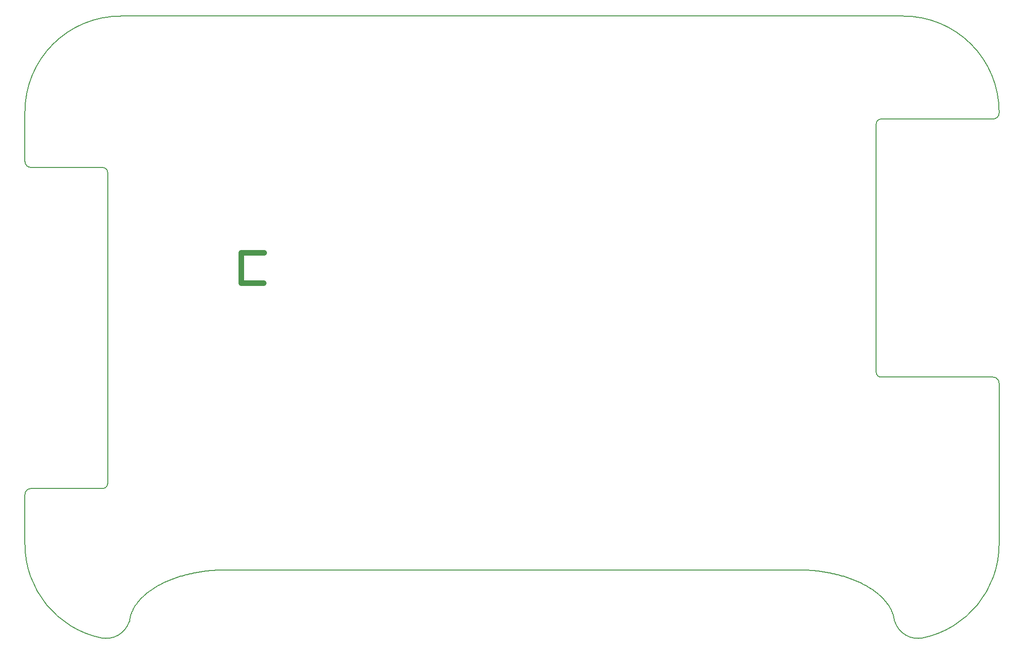
<source format=gko>
G04*
G04 #@! TF.GenerationSoftware,Altium Limited,Altium Designer,20.2.5 (213)*
G04*
G04 Layer_Color=16711935*
%FSAX25Y25*%
%MOIN*%
G70*
G04*
G04 #@! TF.SameCoordinates,38458E12-344E-42E4-8E5B-5AAD2516AE5C*
G04*
G04*
G04 #@! TF.FilePolarity,Positive*
G04*
G01*
G75*
%ADD11C,0.00787*%
%ADD158C,0.03937*%
%ADD200C,0.00787*%
D11*
X0925273Y0601480D02*
G03*
X0925273Y0601482I-0000394J0000003D01*
G01*
X0925272Y0601477D02*
G03*
X0925273Y0601480I-0000394J0000005D01*
G01*
Y0601480D02*
G03*
X0925273Y0601482I-0000420J0000003D01*
G01*
X0925273Y0601477D02*
G03*
X0925273Y0601480I-0000420J0000005D01*
G01*
X0925272Y0601476D02*
G03*
X0925273Y0601477I-0000420J0000006D01*
G01*
X0925273Y0601482D02*
G03*
X0856881Y0669874I-0068391J0000000D01*
G01*
X0925273Y0601480D02*
G03*
X0925273Y0601482I-0000394J0000003D01*
G01*
X0925272Y0601477D02*
G03*
X0925273Y0601480I-0000394J0000005D01*
G01*
X0925272Y0601476D02*
G03*
X0925272Y0601477I-0000394J0000006D01*
G01*
X0925273Y0600654D02*
G03*
X0925273Y0600657I-0000420J0000000D01*
G01*
Y0601480D02*
G03*
X0925273Y0601482I-0000394J0000003D01*
G01*
X0925272Y0601477D02*
G03*
X0925273Y0601480I-0000394J0000005D01*
G01*
X0925272Y0601476D02*
G03*
X0925272Y0601477I-0000394J0000006D01*
G01*
X0925273Y0600654D02*
G03*
X0925273Y0600657I-0000394J0000000D01*
G01*
X0856881Y0669874D02*
G03*
X0856878Y0669874I0000000J-0000420D01*
G01*
X0856881Y0669874D02*
G03*
X0856878Y0669874I0000000J-0000394D01*
G01*
X0840993Y0596297D02*
G03*
X0840994Y0596297I-0000000J0000394D01*
G01*
X0925273Y0407544D02*
G03*
X0920915Y0411901I-0004357J0000000D01*
G01*
X0925273Y0407541D02*
G03*
X0925273Y0407544I-0000394J0000003D01*
G01*
X0920915Y0596297D02*
G03*
X0925273Y0600654I0000000J0004357D01*
G01*
X0925273Y0407541D02*
G03*
X0925273Y0407544I-0000394J0000003D01*
G01*
Y0292519D02*
G03*
X0925273Y0292522I-0000420J0000000D01*
G01*
X0925273Y0292519D02*
G03*
X0925273Y0292521I-0000394J0000000D01*
G01*
X0840991Y0596297D02*
G03*
X0840994Y0596297I0000003J0000420D01*
G01*
X0840991Y0596297D02*
G03*
X0840994Y0596297I0000003J0000394D01*
G01*
X0840991Y0596297D02*
G03*
X0837477Y0592780I0000003J-0003517D01*
G01*
X0840993Y0596297D02*
G03*
X0840991Y0596297I0000001J-0003517D01*
G01*
X0837477Y0415418D02*
G03*
X0840994Y0411901I0003517J0000000D01*
G01*
X0819400Y0267781D02*
G03*
X0819401Y0267780I0000136J0000370D01*
G01*
X0819397Y0267782D02*
G03*
X0819400Y0267781I0000138J0000369D01*
G01*
D02*
G03*
X0819401Y0267780I0000136J0000370D01*
G01*
X0819397Y0267782D02*
G03*
X0819400Y0267781I0000138J0000369D01*
G01*
X0818516Y0268101D02*
G03*
X0818518Y0268101I0000145J0000394D01*
G01*
X0818521Y0268100D02*
G03*
X0818523Y0268099I0000131J0000371D01*
G01*
X0818519Y0268100D02*
G03*
X0818521Y0268100I0000133J0000371D01*
G01*
X0818518Y0268101D02*
G03*
X0818519Y0268100I0000134J0000370D01*
G01*
X0817634Y0268411D02*
G03*
X0817635Y0268411I0000128J0000373D01*
G01*
X0817634Y0268411D02*
G03*
X0817635Y0268411I0000128J0000373D01*
G01*
X0822826Y0266430D02*
G03*
X0822828Y0266429I0000152J0000363D01*
G01*
X0822825Y0266431D02*
G03*
X0822826Y0266430I0000154J0000362D01*
G01*
X0822824Y0266431D02*
G03*
X0822825Y0266431I0000154J0000362D01*
G01*
X0823660Y0266074D02*
G03*
X0823665Y0266072I0000156J0000362D01*
G01*
X0823659Y0266075D02*
G03*
X0823660Y0266074I0000157J0000361D01*
G01*
D02*
G03*
X0823665Y0266072I0000156J0000362D01*
G01*
X0823659Y0266075D02*
G03*
X0823660Y0266074I0000157J0000361D01*
G01*
X0821987Y0266777D02*
G03*
X0821988Y0266777I0000144J0000366D01*
G01*
X0821985Y0266778D02*
G03*
X0821987Y0266777I0000146J0000366D01*
G01*
X0821127Y0267122D02*
G03*
X0821128Y0267121I0000148J0000365D01*
G01*
X0821126Y0267122D02*
G03*
X0821127Y0267122I0000149J0000365D01*
G01*
X0820271Y0267454D02*
G03*
X0820273Y0267453I0000138J0000369D01*
G01*
X0820267Y0267455D02*
G03*
X0820271Y0267454I0000142J0000367D01*
G01*
D02*
G03*
X0820273Y0267453I0000138J0000369D01*
G01*
X0821983Y0266779D02*
G03*
X0821987Y0266777I0000148J0000365D01*
G01*
X0821982Y0266779D02*
G03*
X0821983Y0266779I0000149J0000365D01*
G01*
X0821130Y0267121D02*
G03*
X0821133Y0267120I0000145J0000366D01*
G01*
X0821127Y0267122D02*
G03*
X0821130Y0267121I0000149J0000365D01*
G01*
X0829217Y0263388D02*
G03*
X0829218Y0263388I0000184J0000348D01*
G01*
X0829216Y0263389D02*
G03*
X0829217Y0263388I0000185J0000348D01*
G01*
X0829212Y0263391D02*
G03*
X0829216Y0263389I0000189J0000346D01*
G01*
X0829217Y0263388D02*
G03*
X0829218Y0263388I0000184J0000348D01*
G01*
X0829216Y0263389D02*
G03*
X0829217Y0263388I0000185J0000348D01*
G01*
X0829212Y0263391D02*
G03*
X0829216Y0263389I0000189J0000346D01*
G01*
X0829216Y0263389D02*
G03*
X0829218Y0263388I0000184J0000348D01*
G01*
X0827678Y0264191D02*
G03*
X0827681Y0264190I0000179J0000351D01*
G01*
X0827676Y0264192D02*
G03*
X0827678Y0264191I0000181J0000350D01*
G01*
X0827676Y0264192D02*
G03*
X0827677Y0264192I0000181J0000350D01*
G01*
X0828453Y0263793D02*
G03*
X0828455Y0263792I0000181J0000350D01*
G01*
X0828451Y0263794D02*
G03*
X0828453Y0263793I0000183J0000349D01*
G01*
D02*
G03*
X0828455Y0263792I0000181J0000350D01*
G01*
X0828451Y0263794D02*
G03*
X0828453Y0263793I0000183J0000349D01*
G01*
X0830705Y0262563D02*
G03*
X0830707Y0262562I0000195J0000342D01*
G01*
X0830704Y0262564D02*
G03*
X0830705Y0262563I0000197J0000341D01*
G01*
X0830705Y0262563D02*
G03*
X0830707Y0262562I0000195J0000342D01*
G01*
X0830707Y0262562D02*
G03*
X0830708Y0262562I0000194J0000343D01*
G01*
X0830707Y0262562D02*
G03*
X0830708Y0262562I0000194J0000343D01*
G01*
X0830704Y0262564D02*
G03*
X0830705Y0262563I0000197J0000341D01*
G01*
X0829962Y0262982D02*
G03*
X0829963Y0262981I0000194J0000343D01*
G01*
X0829964Y0262981D02*
G03*
X0829968Y0262979I0000192J0000344D01*
G01*
X0829962Y0262981D02*
G03*
X0829964Y0262981I0000194J0000343D01*
G01*
X0829962Y0262982D02*
G03*
X0829962Y0262981I0000194J0000343D01*
G01*
X0830705Y0262563D02*
G03*
X0830707Y0262562I0000195J0000342D01*
G01*
X0830704Y0262564D02*
G03*
X0830705Y0262563I0000197J0000341D01*
G01*
X0830702Y0262565D02*
G03*
X0830704Y0262564I0000198J0000340D01*
G01*
X0830705Y0262563D02*
G03*
X0830707Y0262562I0000195J0000342D01*
G01*
X0830704Y0262564D02*
G03*
X0830705Y0262563I0000197J0000341D01*
G01*
X0830702Y0262565D02*
G03*
X0830704Y0262564I0000198J0000340D01*
G01*
X0823661Y0266074D02*
G03*
X0823665Y0266072I0000155J0000362D01*
G01*
X0823658Y0266075D02*
G03*
X0823661Y0266074I0000158J0000360D01*
G01*
X0823657Y0266075D02*
G03*
X0823658Y0266075I0000159J0000360D01*
G01*
X0823661Y0266074D02*
G03*
X0823665Y0266072I0000155J0000362D01*
G01*
X0823661Y0266074D02*
G03*
X0823665Y0266072I0000156J0000362D01*
G01*
X0823658Y0266075D02*
G03*
X0823661Y0266074I0000158J0000361D01*
G01*
X0823661Y0266074D02*
G03*
X0823662Y0266074I0000155J0000362D01*
G01*
X0823658Y0266075D02*
G03*
X0823661Y0266074I0000159J0000360D01*
G01*
X0822826Y0266430D02*
G03*
X0822827Y0266430I0000153J0000363D01*
G01*
X0822825Y0266431D02*
G03*
X0822826Y0266430I0000154J0000362D01*
G01*
D02*
G03*
X0822827Y0266430I0000153J0000363D01*
G01*
X0822825Y0266431D02*
G03*
X0822826Y0266430I0000154J0000362D01*
G01*
X0823662Y0266074D02*
G03*
X0823662Y0266073I0000165J0000387D01*
G01*
X0823655Y0266076D02*
G03*
X0823657Y0266075I0000171J0000384D01*
G01*
X0822828Y0266429D02*
G03*
X0822830Y0266429I0000161J0000388D01*
G01*
X0826101Y0264965D02*
G03*
X0826104Y0264964I0000170J0000355D01*
G01*
X0826099Y0264966D02*
G03*
X0826101Y0264965I0000172J0000354D01*
G01*
X0826893Y0264582D02*
G03*
X0826898Y0264580I0000176J0000353D01*
G01*
X0824485Y0265711D02*
G03*
X0824486Y0265710I0000159J0000360D01*
G01*
X0824482Y0265712D02*
G03*
X0824485Y0265711I0000162J0000359D01*
G01*
X0824480Y0265713D02*
G03*
X0824482Y0265712I0000164J0000358D01*
G01*
X0824487Y0265710D02*
G03*
X0824489Y0265709I0000158J0000361D01*
G01*
X0824486Y0265710D02*
G03*
X0824487Y0265710I0000158J0000361D01*
G01*
X0824485Y0265711D02*
G03*
X0824486Y0265710I0000160J0000360D01*
G01*
X0824483Y0265712D02*
G03*
X0824485Y0265711I0000162J0000359D01*
G01*
X0825298Y0265342D02*
G03*
X0825301Y0265340I0000165J0000358D01*
G01*
X0825296Y0265343D02*
G03*
X0825298Y0265342I0000167J0000357D01*
G01*
X0825295Y0265343D02*
G03*
X0825296Y0265343I0000167J0000356D01*
G01*
X0823661Y0266074D02*
G03*
X0823665Y0266072I0000156J0000362D01*
G01*
X0823658Y0266075D02*
G03*
X0823661Y0266074I0000158J0000361D01*
G01*
X0823662Y0266073D02*
G03*
X0823665Y0266072I0000154J0000362D01*
G01*
X0825301Y0265340D02*
G03*
X0825302Y0265340I0000161J0000359D01*
G01*
X0825300Y0265341D02*
G03*
X0825301Y0265340I0000163J0000359D01*
G01*
X0824487Y0265710D02*
G03*
X0824489Y0265709I0000158J0000361D01*
G01*
X0824486Y0265710D02*
G03*
X0824487Y0265710I0000158J0000361D01*
G01*
X0824485Y0265711D02*
G03*
X0824486Y0265710I0000159J0000360D01*
G01*
X0824487Y0265710D02*
G03*
X0824489Y0265709I0000158J0000361D01*
G01*
X0801460Y0272482D02*
G03*
X0801463Y0272481I0000064J0000389D01*
G01*
X0801457Y0272482D02*
G03*
X0801460Y0272482I0000067J0000388D01*
G01*
X0801463Y0272481D02*
G03*
X0801465Y0272481I0000061J0000389D01*
G01*
X0801460Y0272482D02*
G03*
X0801463Y0272481I0000064J0000389D01*
G01*
X0801457Y0272482D02*
G03*
X0801460Y0272482I0000067J0000388D01*
G01*
X0801456Y0272482D02*
G03*
X0801457Y0272482I0000073J0000414D01*
G01*
X0801461Y0272482D02*
G03*
X0801462Y0272481I0000068J0000415D01*
G01*
X0801460Y0272482D02*
G03*
X0801463Y0272481I0000064J0000389D01*
G01*
X0801457Y0272482D02*
G03*
X0801460Y0272482I0000067J0000388D01*
G01*
X0801463Y0272481D02*
G03*
X0801465Y0272481I0000061J0000389D01*
G01*
X0801460Y0272482D02*
G03*
X0801463Y0272481I0000064J0000389D01*
G01*
X0805421Y0271740D02*
G03*
X0805423Y0271739I0000081J0000385D01*
G01*
X0805421Y0271740D02*
G03*
X0805423Y0271739I0000081J0000385D01*
G01*
X0806401Y0271533D02*
G03*
X0806403Y0271532I0000083J0000385D01*
G01*
X0803449Y0272128D02*
G03*
X0803453Y0272127I0000074J0000387D01*
G01*
X0801462Y0272481D02*
G03*
X0801463Y0272481I0000063J0000389D01*
G01*
X0803453Y0272127D02*
G03*
X0803456Y0272127I0000075J0000414D01*
G01*
X0804438Y0271938D02*
G03*
X0804439Y0271938I0000078J0000386D01*
G01*
X0802458Y0272309D02*
G03*
X0802460Y0272309I0000068J0000388D01*
G01*
X0802455Y0272309D02*
G03*
X0802458Y0272309I0000071J0000387D01*
G01*
X0802454Y0272310D02*
G03*
X0802455Y0272309I0000076J0000413D01*
G01*
X0796404Y0273216D02*
G03*
X0796405Y0273216I0000047J0000391D01*
G01*
X0796404Y0273216D02*
G03*
X0796405Y0273216I0000047J0000391D01*
G01*
X0801460Y0272482D02*
G03*
X0801463Y0272481I0000064J0000389D01*
G01*
X0801459Y0272482D02*
G03*
X0801460Y0272482I0000065J0000388D01*
G01*
Y0272482D02*
G03*
X0801463Y0272481I0000064J0000389D01*
G01*
X0801457Y0272482D02*
G03*
X0801460Y0272482I0000067J0000388D01*
G01*
Y0272482D02*
G03*
X0801463Y0272481I0000064J0000389D01*
G01*
X0801459Y0272482D02*
G03*
X0801460Y0272482I0000065J0000388D01*
G01*
X0800454Y0272646D02*
G03*
X0800457Y0272646I0000063J0000389D01*
G01*
X0800454Y0272646D02*
G03*
X0800457Y0272646I0000063J0000389D01*
G01*
X0800457Y0272646D02*
G03*
X0800458Y0272646I0000061J0000389D01*
G01*
X0800454Y0272646D02*
G03*
X0800457Y0272646I0000064J0000389D01*
G01*
X0800458Y0272646D02*
G03*
X0800459Y0272646I0000064J0000415D01*
G01*
X0801460Y0272482D02*
G03*
X0801461Y0272482I0000064J0000389D01*
G01*
X0801457Y0272482D02*
G03*
X0801460Y0272482I0000067J0000388D01*
G01*
X0800457Y0272646D02*
G03*
X0800458Y0272646I0000061J0000389D01*
G01*
X0800457Y0272646D02*
G03*
X0800458Y0272646I0000061J0000389D01*
G01*
X0798438Y0272949D02*
G03*
X0798439Y0272948I0000055J0000390D01*
G01*
X0798437Y0272949D02*
G03*
X0798438Y0272949I0000056J0000390D01*
G01*
D02*
G03*
X0798439Y0272948I0000055J0000390D01*
G01*
X0798437Y0272949D02*
G03*
X0798438Y0272949I0000056J0000390D01*
G01*
X0798438Y0272949D02*
G03*
X0798439Y0272948I0000055J0000390D01*
G01*
X0798437Y0272949D02*
G03*
X0798438Y0272949I0000055J0000390D01*
G01*
X0798436Y0272949D02*
G03*
X0798437Y0272949I0000056J0000390D01*
G01*
X0799447Y0272802D02*
G03*
X0799448Y0272802I0000060J0000389D01*
G01*
X0799443Y0272803D02*
G03*
X0799447Y0272802I0000068J0000415D01*
G01*
X0798439Y0272948D02*
G03*
X0798443Y0272948I0000057J0000416D01*
G01*
X0813077Y0269852D02*
G03*
X0813078Y0269852I0000109J0000378D01*
G01*
X0814001Y0269581D02*
G03*
X0814002Y0269580I0000115J0000377D01*
G01*
X0813078Y0269852D02*
G03*
X0813080Y0269851I0000114J0000404D01*
G01*
X0814000Y0269581D02*
G03*
X0814001Y0269581I0000124J0000402D01*
G01*
X0817633Y0268411D02*
G03*
X0817634Y0268411I0000128J0000372D01*
G01*
X0817633Y0268411D02*
G03*
X0817634Y0268411I0000128J0000372D01*
G01*
X0815833Y0269011D02*
G03*
X0815835Y0269011I0000121J0000375D01*
G01*
Y0269011D02*
G03*
X0815836Y0269011I0000119J0000375D01*
G01*
X0815833Y0269011D02*
G03*
X0815835Y0269011I0000121J0000375D01*
G01*
X0817634Y0268411D02*
G03*
X0817635Y0268411I0000127J0000373D01*
G01*
X0817635Y0268411D02*
G03*
X0817637Y0268410I0000135J0000398D01*
G01*
X0816733Y0268717D02*
G03*
X0816735Y0268716I0000137J0000397D01*
G01*
X0816735Y0268716D02*
G03*
X0816737Y0268715I0000126J0000373D01*
G01*
X0814926Y0269299D02*
G03*
X0814926Y0269298I0000113J0000377D01*
G01*
X0814924Y0269299D02*
G03*
X0814926Y0269299I0000115J0000377D01*
G01*
X0815835Y0269011D02*
G03*
X0815836Y0269011I0000119J0000375D01*
G01*
X0815834Y0269011D02*
G03*
X0815835Y0269011I0000120J0000375D01*
G01*
X0815833Y0269011D02*
G03*
X0815834Y0269011I0000121J0000375D01*
G01*
X0815833Y0269012D02*
G03*
X0815833Y0269011I0000122J0000375D01*
G01*
X0814923Y0269299D02*
G03*
X0814926Y0269299I0000116J0000376D01*
G01*
X0814920Y0269300D02*
G03*
X0814923Y0269299I0000119J0000375D01*
G01*
D02*
G03*
X0814926Y0269299I0000116J0000376D01*
G01*
X0814920Y0269300D02*
G03*
X0814923Y0269299I0000119J0000375D01*
G01*
X0814926Y0269299D02*
G03*
X0814926Y0269298I0000113J0000377D01*
G01*
X0814923Y0269299D02*
G03*
X0814926Y0269299I0000116J0000376D01*
G01*
X0814920Y0269300D02*
G03*
X0814923Y0269299I0000119J0000375D01*
G01*
X0814926Y0269299D02*
G03*
X0814926Y0269298I0000113J0000377D01*
G01*
X0814923Y0269299D02*
G03*
X0814926Y0269299I0000116J0000376D01*
G01*
X0814920Y0269300D02*
G03*
X0814923Y0269299I0000119J0000375D01*
G01*
X0815836Y0269011D02*
G03*
X0815837Y0269010I0000127J0000401D01*
G01*
X0805421Y0271740D02*
G03*
X0805423Y0271739I0000082J0000385D01*
G01*
X0804434Y0271939D02*
G03*
X0804438Y0271938I0000086J0000411D01*
G01*
X0805421Y0271740D02*
G03*
X0805423Y0271739I0000082J0000385D01*
G01*
X0807369Y0271318D02*
G03*
X0807372Y0271318I0000097J0000409D01*
G01*
X0806403Y0271532D02*
G03*
X0806405Y0271532I0000087J0000411D01*
G01*
X0812137Y0270119D02*
G03*
X0812141Y0270117I0000111J0000378D01*
G01*
X0812142Y0270117D02*
G03*
X0812144Y0270116I0000106J0000379D01*
G01*
X0812137Y0270119D02*
G03*
X0812142Y0270117I0000111J0000378D01*
G01*
D02*
G03*
X0812144Y0270116I0000106J0000379D01*
G01*
X0812137Y0270119D02*
G03*
X0812142Y0270117I0000111J0000378D01*
G01*
D02*
G03*
X0812144Y0270116I0000106J0000379D01*
G01*
X0812137Y0270119D02*
G03*
X0812142Y0270117I0000111J0000378D01*
G01*
D02*
G03*
X0812144Y0270116I0000106J0000379D01*
G01*
X0812137Y0270119D02*
G03*
X0812142Y0270117I0000111J0000378D01*
G01*
X0809302Y0270861D02*
G03*
X0809303Y0270861I0000092J0000383D01*
G01*
X0809302Y0270861D02*
G03*
X0809303Y0270861I0000092J0000383D01*
G01*
X0809298Y0270862D02*
G03*
X0809302Y0270861I0000096J0000382D01*
G01*
X0810254Y0270622D02*
G03*
X0810256Y0270621I0000098J0000381D01*
G01*
X0811197Y0270375D02*
G03*
X0811200Y0270374I0000113J0000405D01*
G01*
Y0270374D02*
G03*
X0811203Y0270373I0000104J0000380D01*
G01*
X0810256Y0270621D02*
G03*
X0810259Y0270620I0000103J0000408D01*
G01*
X0848489Y0244840D02*
G03*
X0848489Y0244839I0000357J0000166D01*
G01*
X0870842Y0225561D02*
G03*
X0925273Y0292519I-0013969J0066958D01*
G01*
X0848973Y0243706D02*
G03*
X0848975Y0243700I0000367J0000143D01*
G01*
X0848973Y0243706D02*
G03*
X0848975Y0243700I0000367J0000143D01*
G01*
X0847004Y0247657D02*
G03*
X0847008Y0247651I0000339J0000200D01*
G01*
X0847004Y0247657D02*
G03*
X0847008Y0247651I0000339J0000200D01*
G01*
X0845936Y0249313D02*
G03*
X0845938Y0249309I0000325J0000222D01*
G01*
X0845934Y0249315D02*
G03*
X0845936Y0249313I0000327J0000220D01*
G01*
X0847643Y0246537D02*
G03*
X0847644Y0246535I0000347J0000187D01*
G01*
X0847643Y0246538D02*
G03*
X0847643Y0246537I0000347J0000187D01*
G01*
X0847642Y0246539D02*
G03*
X0847643Y0246538I0000347J0000186D01*
G01*
X0847641Y0246541D02*
G03*
X0847642Y0246539I0000348J0000184D01*
G01*
X0847643Y0246537D02*
G03*
X0847645Y0246535I0000347J0000187D01*
G01*
X0847643Y0246537D02*
G03*
X0847644Y0246535I0000347J0000187D01*
G01*
X0847643Y0246538D02*
G03*
X0847643Y0246537I0000347J0000187D01*
G01*
X0847642Y0246539D02*
G03*
X0847643Y0246538I0000347J0000186D01*
G01*
X0847641Y0246541D02*
G03*
X0847642Y0246539I0000348J0000184D01*
G01*
X0848219Y0245413D02*
G03*
X0848223Y0245407I0000356J0000168D01*
G01*
X0848489Y0244840D02*
G03*
X0848489Y0244839I0000357J0000166D01*
G01*
X0848219Y0245413D02*
G03*
X0848223Y0245407I0000356J0000168D01*
G01*
X0847642Y0246539D02*
G03*
X0847643Y0246538I0000347J0000186D01*
G01*
X0847641Y0246541D02*
G03*
X0847642Y0246539I0000348J0000184D01*
G01*
D02*
G03*
X0847643Y0246538I0000347J0000186D01*
G01*
X0847641Y0246541D02*
G03*
X0847642Y0246539I0000348J0000184D01*
G01*
X0847643Y0246537D02*
G03*
X0847645Y0246535I0000347J0000187D01*
G01*
X0850552Y0237325D02*
G03*
X0850876Y0236963I0000418J0000047D01*
G01*
X0850551Y0237327D02*
G03*
X0850552Y0237325I0000391J0000043D01*
G01*
X0849922Y0240827D02*
G03*
X0849922Y0240825I0000382J0000096D01*
G01*
X0849922Y0240827D02*
G03*
X0849922Y0240825I0000382J0000096D01*
G01*
X0850403Y0238502D02*
G03*
X0850404Y0238495I0000390J0000056D01*
G01*
X0850403Y0238502D02*
G03*
X0850404Y0238495I0000390J0000056D01*
G01*
X0850876Y0236963D02*
G03*
X0870842Y0225561I0016424J0005578D01*
G01*
X0835561Y0259479D02*
G03*
X0835561Y0259478I0000228J0000321D01*
G01*
X0835559Y0259480D02*
G03*
X0835561Y0259479I0000230J0000320D01*
G01*
D02*
G03*
X0835561Y0259478I0000228J0000321D01*
G01*
X0835559Y0259480D02*
G03*
X0835561Y0259479I0000230J0000320D01*
G01*
D02*
G03*
X0835561Y0259478I0000228J0000321D01*
G01*
X0835559Y0259480D02*
G03*
X0835561Y0259479I0000229J0000320D01*
G01*
X0835558Y0259481D02*
G03*
X0835559Y0259480I0000231J0000319D01*
G01*
X0835561Y0259479D02*
G03*
X0835561Y0259478I0000228J0000321D01*
G01*
X0835559Y0259480D02*
G03*
X0835561Y0259479I0000229J0000320D01*
G01*
X0835558Y0259481D02*
G03*
X0835559Y0259480I0000231J0000319D01*
G01*
X0837458Y0258072D02*
G03*
X0837462Y0258069I0000243J0000310D01*
G01*
X0837456Y0258074D02*
G03*
X0837458Y0258072I0000245J0000308D01*
G01*
D02*
G03*
X0837462Y0258069I0000243J0000310D01*
G01*
X0837456Y0258074D02*
G03*
X0837458Y0258072I0000245J0000308D01*
G01*
X0838068Y0257591D02*
G03*
X0838069Y0257589I0000245J0000308D01*
G01*
X0838065Y0257593D02*
G03*
X0838068Y0257591I0000248J0000306D01*
G01*
X0838063Y0257594D02*
G03*
X0838065Y0257593I0000250J0000304D01*
G01*
X0838069Y0257589D02*
G03*
X0838070Y0257589I0000244J0000309D01*
G01*
X0838069Y0257590D02*
G03*
X0838069Y0257589I0000244J0000309D01*
G01*
X0836205Y0259016D02*
G03*
X0836209Y0259013I0000234J0000317D01*
G01*
X0836203Y0259017D02*
G03*
X0836205Y0259016I0000236J0000316D01*
G01*
D02*
G03*
X0836209Y0259013I0000234J0000317D01*
G01*
X0836203Y0259017D02*
G03*
X0836205Y0259016I0000236J0000316D01*
G01*
X0832155Y0261710D02*
G03*
X0832155Y0261709I0000201J0000339D01*
G01*
X0832152Y0261712D02*
G03*
X0832155Y0261710I0000204J0000337D01*
G01*
X0832150Y0261713D02*
G03*
X0832152Y0261712I0000206J0000336D01*
G01*
X0832148Y0261714D02*
G03*
X0832150Y0261713I0000207J0000335D01*
G01*
X0832155Y0261710D02*
G03*
X0832155Y0261709I0000201J0000339D01*
G01*
X0832154Y0261711D02*
G03*
X0832155Y0261710I0000202J0000338D01*
G01*
X0831438Y0262139D02*
G03*
X0831439Y0262138I0000197J0000341D01*
G01*
X0831437Y0262139D02*
G03*
X0831439Y0262138I0000198J0000341D01*
G01*
X0831437Y0262139D02*
G03*
X0831439Y0262138I0000197J0000341D01*
G01*
X0831436Y0262140D02*
G03*
X0831437Y0262139I0000198J0000340D01*
G01*
X0831433Y0262141D02*
G03*
X0831436Y0262140I0000201J0000338D01*
G01*
X0832152Y0261712D02*
G03*
X0832155Y0261710I0000204J0000337D01*
G01*
X0832150Y0261713D02*
G03*
X0832152Y0261712I0000206J0000336D01*
G01*
X0832148Y0261714D02*
G03*
X0832150Y0261713I0000207J0000335D01*
G01*
X0831437Y0262139D02*
G03*
X0831439Y0262138I0000197J0000341D01*
G01*
X0831436Y0262140D02*
G03*
X0831437Y0262139I0000198J0000340D01*
G01*
X0831433Y0262141D02*
G03*
X0831436Y0262140I0000201J0000338D01*
G01*
X0831436Y0262140D02*
G03*
X0831436Y0262139I0000198J0000340D01*
G01*
X0831433Y0262141D02*
G03*
X0831436Y0262140I0000201J0000339D01*
G01*
X0831433Y0262142D02*
G03*
X0831433Y0262141I0000202J0000338D01*
G01*
X0831436Y0262139D02*
G03*
X0831438Y0262139I0000211J0000363D01*
G01*
X0832152Y0261712D02*
G03*
X0832155Y0261710I0000204J0000337D01*
G01*
X0832150Y0261713D02*
G03*
X0832152Y0261712I0000206J0000336D01*
G01*
X0832148Y0261714D02*
G03*
X0832150Y0261713I0000207J0000335D01*
G01*
X0834230Y0260391D02*
G03*
X0834231Y0260391I0000221J0000326D01*
G01*
X0833554Y0260834D02*
G03*
X0833556Y0260833I0000211J0000332D01*
G01*
X0833554Y0260834D02*
G03*
X0833556Y0260833I0000210J0000333D01*
G01*
X0833553Y0260835D02*
G03*
X0833554Y0260834I0000212J0000332D01*
G01*
X0833549Y0260837D02*
G03*
X0833553Y0260835I0000216J0000329D01*
G01*
X0834903Y0259937D02*
G03*
X0834904Y0259936I0000223J0000324D01*
G01*
X0834903Y0259937D02*
G03*
X0834904Y0259936I0000223J0000324D01*
G01*
X0834233Y0260389D02*
G03*
X0834236Y0260387I0000219J0000327D01*
G01*
X0834231Y0260391D02*
G03*
X0834233Y0260389I0000221J0000326D01*
G01*
X0833554Y0260834D02*
G03*
X0833556Y0260833I0000210J0000333D01*
G01*
X0833553Y0260835D02*
G03*
X0833554Y0260834I0000212J0000332D01*
G01*
X0833549Y0260837D02*
G03*
X0833553Y0260835I0000216J0000329D01*
G01*
X0833554Y0260834D02*
G03*
X0833556Y0260833I0000210J0000333D01*
G01*
X0833553Y0260835D02*
G03*
X0833554Y0260834I0000212J0000332D01*
G01*
X0833549Y0260837D02*
G03*
X0833553Y0260835I0000216J0000329D01*
G01*
X0832858Y0261276D02*
G03*
X0832860Y0261275I0000208J0000335D01*
G01*
X0832856Y0261278D02*
G03*
X0832858Y0261276I0000210J0000333D01*
G01*
X0832854Y0261279D02*
G03*
X0832856Y0261278I0000212J0000332D01*
G01*
X0833554Y0260834D02*
G03*
X0833556Y0260833I0000210J0000333D01*
G01*
X0833553Y0260835D02*
G03*
X0833554Y0260834I0000212J0000332D01*
G01*
X0833549Y0260837D02*
G03*
X0833553Y0260835I0000216J0000329D01*
G01*
X0843862Y0252010D02*
G03*
X0843865Y0252006I0000301J0000253D01*
G01*
X0843861Y0252011D02*
G03*
X0843862Y0252010I0000302J0000252D01*
G01*
D02*
G03*
X0843865Y0252006I0000301J0000253D01*
G01*
X0843861Y0252011D02*
G03*
X0843862Y0252010I0000302J0000252D01*
G01*
X0842933Y0253062D02*
G03*
X0842935Y0253060I0000291J0000265D01*
G01*
X0845149Y0250402D02*
G03*
X0845153Y0250397I0000316J0000235D01*
G01*
X0845149Y0250402D02*
G03*
X0845153Y0250397I0000316J0000235D01*
G01*
X0844309Y0251473D02*
G03*
X0844310Y0251472I0000302J0000252D01*
G01*
X0844308Y0251474D02*
G03*
X0844309Y0251473I0000304J0000251D01*
G01*
X0844304Y0251479D02*
G03*
X0844308Y0251474I0000307J0000246D01*
G01*
D02*
G03*
X0844309Y0251473I0000304J0000251D01*
G01*
X0844304Y0251479D02*
G03*
X0844308Y0251474I0000307J0000246D01*
G01*
X0844309Y0251473D02*
G03*
X0844310Y0251472I0000302J0000252D01*
G01*
X0844308Y0251474D02*
G03*
X0844309Y0251473I0000304J0000251D01*
G01*
X0844304Y0251479D02*
G03*
X0844308Y0251474I0000307J0000246D01*
G01*
X0844309Y0251473D02*
G03*
X0844310Y0251472I0000302J0000252D01*
G01*
X0844308Y0251474D02*
G03*
X0844309Y0251473I0000304J0000251D01*
G01*
X0844304Y0251479D02*
G03*
X0844308Y0251474I0000307J0000246D01*
G01*
X0840363Y0255626D02*
G03*
X0840365Y0255623I0000268J0000289D01*
G01*
X0840362Y0255627D02*
G03*
X0840363Y0255626I0000269J0000288D01*
G01*
X0838663Y0257105D02*
G03*
X0838664Y0257104I0000250J0000304D01*
G01*
X0838659Y0257108D02*
G03*
X0838663Y0257105I0000253J0000302D01*
G01*
X0838658Y0257109D02*
G03*
X0838659Y0257108I0000254J0000301D01*
G01*
X0839808Y0256125D02*
G03*
X0839812Y0256121I0000263J0000293D01*
G01*
X0839808Y0256125D02*
G03*
X0839812Y0256121I0000263J0000293D01*
G01*
X0842449Y0253580D02*
G03*
X0842451Y0253579I0000284J0000273D01*
G01*
X0842446Y0253584D02*
G03*
X0842449Y0253580I0000287J0000270D01*
G01*
D02*
G03*
X0842451Y0253579I0000284J0000273D01*
G01*
X0842446Y0253584D02*
G03*
X0842449Y0253580I0000287J0000270D01*
G01*
X0840903Y0255123D02*
G03*
X0840903Y0255122I0000274J0000283D01*
G01*
X0840902Y0255123D02*
G03*
X0840903Y0255123I0000274J0000283D01*
G01*
X0840365Y0255623D02*
G03*
X0840367Y0255622I0000265J0000291D01*
G01*
X0840365Y0255623D02*
G03*
X0840367Y0255622I0000265J0000291D01*
G01*
X0840363Y0255625D02*
G03*
X0840365Y0255623I0000267J0000289D01*
G01*
X0840363Y0255626D02*
G03*
X0840365Y0255623I0000268J0000289D01*
G01*
X0840362Y0255627D02*
G03*
X0840363Y0255626I0000269J0000288D01*
G01*
X0840365Y0255623D02*
G03*
X0840367Y0255622I0000265J0000291D01*
G01*
X0840363Y0255625D02*
G03*
X0840365Y0255623I0000267J0000289D01*
G01*
X0840365Y0255623D02*
G03*
X0840367Y0255622I0000265J0000291D01*
G01*
X0840908Y0255118D02*
G03*
X0840909Y0255117I0000269J0000288D01*
G01*
X0840905Y0255121D02*
G03*
X0840908Y0255118I0000272J0000284D01*
G01*
X0840903Y0255123D02*
G03*
X0840905Y0255121I0000274J0000283D01*
G01*
X0790230Y0273807D02*
G03*
X0790231Y0273807I0000027J0000393D01*
G01*
X0790228Y0273807D02*
G03*
X0790230Y0273807I0000029J0000393D01*
G01*
X0790223Y0273807D02*
G03*
X0790228Y0273807I0000034J0000392D01*
G01*
X0790231Y0273807D02*
G03*
X0790232Y0273807I0000026J0000393D01*
G01*
X0790229Y0273807D02*
G03*
X0790231Y0273807I0000028J0000393D01*
G01*
X0790228Y0273807D02*
G03*
X0790229Y0273807I0000029J0000393D01*
G01*
X0790223Y0273807D02*
G03*
X0790228Y0273807I0000034J0000392D01*
G01*
X0788156Y0273932D02*
G03*
X0788157Y0273932I0000018J0000393D01*
G01*
X0788152Y0273933D02*
G03*
X0788156Y0273932I0000022J0000393D01*
G01*
X0789192Y0273874D02*
G03*
X0789194Y0273874I0000025J0000393D01*
G01*
X0789191Y0273874D02*
G03*
X0789192Y0273874I0000025J0000393D01*
G01*
X0787112Y0273982D02*
G03*
X0787114Y0273982I0000019J0000393D01*
G01*
X0791262Y0273731D02*
G03*
X0791263Y0273731I0000034J0000392D01*
G01*
X0791261Y0273731D02*
G03*
X0791262Y0273731I0000034J0000392D01*
G01*
X0787112Y0273982D02*
G03*
X0787114Y0273982I0000019J0000393D01*
G01*
X0786069Y0274022D02*
G03*
X0786070Y0274022I0000017J0000393D01*
G01*
X0782945Y0274090D02*
G03*
X0782946Y0274090I0000001J0000394D01*
G01*
X0782941Y0274090D02*
G03*
X0782945Y0274090I0000005J0000394D01*
G01*
X0783987Y0274076D02*
G03*
X0783989Y0274076I0000007J0000394D01*
G01*
X0785029Y0274054D02*
G03*
X0785030Y0274054I0000011J0000394D01*
G01*
X0785028Y0274054D02*
G03*
X0785029Y0274054I0000012J0000394D01*
G01*
X0786073Y0274022D02*
G03*
X0786075Y0274022I0000013J0000394D01*
G01*
X0786069Y0274022D02*
G03*
X0786073Y0274022I0000017J0000393D01*
G01*
X0782946Y0274090D02*
G03*
X0782947Y0274090I0000000J0000394D01*
G01*
X0782945D02*
G03*
X0782946Y0274090I0000002J0000394D01*
G01*
X0783992Y0274076D02*
G03*
X0783994Y0274076I0000002J0000394D01*
G01*
X0783989Y0274076D02*
G03*
X0783994Y0274076I0000005J0000394D01*
G01*
X0371852Y0274090D02*
G03*
X0371854Y0274090I-0000000J0000394D01*
G01*
X0370813Y0274076D02*
G03*
X0370814Y0274076I-0000008J0000394D01*
G01*
X0370812Y0274076D02*
G03*
X0370813Y0274076I-0000007J0000394D01*
G01*
X0370810Y0274076D02*
G03*
X0370812Y0274076I-0000005J0000394D01*
G01*
X0370805Y0274076D02*
G03*
X0370810Y0274076I0000000J0000394D01*
G01*
X0370805Y0274076D02*
G03*
X0370810Y0274076I0000000J0000394D01*
G01*
Y0274076D02*
G03*
X0370813Y0274076I-0000005J0000394D01*
G01*
X0370805Y0274076D02*
G03*
X0370810Y0274076I-0000000J0000394D01*
G01*
X0369770Y0274054D02*
G03*
X0369771Y0274054I-0000011J0000394D01*
G01*
X0369769Y0274054D02*
G03*
X0369770Y0274054I-0000010J0000394D01*
G01*
X0368726Y0274022D02*
G03*
X0368730Y0274022I-0000013J0000394D01*
G01*
X0368725Y0274022D02*
G03*
X0368726Y0274022I-0000013J0000394D01*
G01*
X0368724Y0274022D02*
G03*
X0368725Y0274022I-0000011J0000394D01*
G01*
X0371854Y0274090D02*
G03*
X0371857Y0274090I-0000001J0000394D01*
G01*
X0371852Y0274090D02*
G03*
X0371854Y0274090I0000000J0000394D01*
G01*
X0370813Y0274076D02*
G03*
X0370814Y0274076I-0000009J0000394D01*
G01*
X0368728Y0274022D02*
G03*
X0368730Y0274022I-0000015J0000393D01*
G01*
X0367685Y0273982D02*
G03*
X0367687Y0273982I-0000017J0000393D01*
G01*
X0367685Y0273982D02*
G03*
X0367687Y0273982I-0000017J0000393D01*
G01*
X0366641Y0273932D02*
G03*
X0366643Y0273932I-0000017J0000393D01*
G01*
X0364570Y0273807D02*
G03*
X0364571Y0273807I-0000029J0000393D01*
G01*
X0363535Y0273731D02*
G03*
X0363537Y0273731I-0000033J0000392D01*
G01*
X0363535Y0273730D02*
G03*
X0363535Y0273731I-0000032J0000392D01*
G01*
X0363532Y0273730D02*
G03*
X0363535Y0273730I-0000029J0000393D01*
G01*
X0788156Y0273932D02*
G03*
X0788157Y0273932I0000019J0000393D01*
G01*
X0789193Y0273874D02*
G03*
X0789195Y0273874I0000024J0000393D01*
G01*
X0789192Y0273874D02*
G03*
X0789193Y0273874I0000025J0000393D01*
G01*
D02*
G03*
X0789195Y0273874I0000024J0000393D01*
G01*
X0789192Y0273874D02*
G03*
X0789193Y0273874I0000025J0000393D01*
G01*
X0789195Y0273874D02*
G03*
X0789198Y0273874I0000024J0000420D01*
G01*
X0789194Y0273874D02*
G03*
X0789195Y0273874I0000024J0000420D01*
G01*
X0785024Y0274054D02*
G03*
X0785028Y0274054I0000016J0000420D01*
G01*
X0783989Y0274076D02*
G03*
X0783992Y0274076I0000005J0000420D01*
G01*
X0369771Y0274054D02*
G03*
X0369774Y0274054I-0000013J0000420D01*
G01*
X0794359Y0273448D02*
G03*
X0794364Y0273448I0000039J0000392D01*
G01*
X0794357Y0273448D02*
G03*
X0794358Y0273448I0000040J0000392D01*
G01*
X0794355Y0273448D02*
G03*
X0794357Y0273448I0000042J0000391D01*
G01*
X0795376Y0273337D02*
G03*
X0795380Y0273337I0000053J0000417D01*
G01*
X0794362Y0273448D02*
G03*
X0794364Y0273448I0000036J0000392D01*
G01*
X0795380Y0273337D02*
G03*
X0795382Y0273337I0000046J0000391D01*
G01*
X0794359Y0273448D02*
G03*
X0794364Y0273448I0000039J0000392D01*
G01*
X0794356Y0273448D02*
G03*
X0794359Y0273448I0000042J0000391D01*
G01*
X0794355Y0273448D02*
G03*
X0794356Y0273448I0000043J0000391D01*
G01*
X0794359Y0273448D02*
G03*
X0794362Y0273448I0000041J0000418D01*
G01*
X0794358Y0273448D02*
G03*
X0794359Y0273448I0000042J0000418D01*
G01*
X0794359Y0273448D02*
G03*
X0794364Y0273448I0000039J0000392D01*
G01*
X0794356Y0273448D02*
G03*
X0794359Y0273448I0000042J0000391D01*
G01*
X0794355Y0273448D02*
G03*
X0794356Y0273448I0000043J0000391D01*
G01*
X0793331Y0273551D02*
G03*
X0793332Y0273551I0000035J0000392D01*
G01*
X0793329Y0273551D02*
G03*
X0793331Y0273551I0000037J0000392D01*
G01*
X0793328Y0273551D02*
G03*
X0793329Y0273551I0000038J0000392D01*
G01*
X0793330Y0273551D02*
G03*
X0793332Y0273551I0000036J0000392D01*
G01*
X0790231Y0273807D02*
G03*
X0790232Y0273807I0000025J0000393D01*
G01*
X0791264Y0273730D02*
G03*
X0791267Y0273730I0000032J0000392D01*
G01*
X0791263Y0273731D02*
G03*
X0791264Y0273730I0000033J0000392D01*
G01*
X0791262Y0273731D02*
G03*
X0791263Y0273731I0000034J0000392D01*
G01*
X0366643Y0273932D02*
G03*
X0366646Y0273933I-0000018J0000393D01*
G01*
X0366641Y0273932D02*
G03*
X0366643Y0273932I-0000017J0000393D01*
G01*
X0365604Y0273874D02*
G03*
X0365605Y0273874I-0000022J0000393D01*
G01*
X0364570Y0273807D02*
G03*
X0364571Y0273807I-0000029J0000393D01*
G01*
X0363535Y0273731D02*
G03*
X0363537Y0273731I-0000032J0000392D01*
G01*
X0365600Y0273874D02*
G03*
X0365604Y0273874I-0000020J0000420D01*
G01*
X0364571Y0273807D02*
G03*
X0364574Y0273807I-0000031J0000419D01*
G01*
X0361469Y0273551D02*
G03*
X0361470Y0273551I-0000037J0000392D01*
G01*
X0361467Y0273551D02*
G03*
X0361469Y0273551I-0000035J0000392D01*
G01*
X0361467Y0273551D02*
G03*
X0361468Y0273551I-0000034J0000392D01*
G01*
X0361466Y0273551D02*
G03*
X0361467Y0273551I-0000034J0000392D01*
G01*
X0360443Y0273448D02*
G03*
X0360444Y0273448I-0000043J0000391D01*
G01*
X0360443Y0273448D02*
G03*
X0360444Y0273448I-0000042J0000391D01*
G01*
X0360441Y0273448D02*
G03*
X0360443Y0273448I-0000041J0000392D01*
G01*
X0360435Y0273448D02*
G03*
X0360441Y0273448I-0000034J0000392D01*
G01*
X0360435Y0273448D02*
G03*
X0360440Y0273448I-0000034J0000392D01*
G01*
D02*
G03*
X0360443Y0273448I-0000039J0000392D01*
G01*
X0360435Y0273448D02*
G03*
X0360440Y0273448I-0000034J0000392D01*
G01*
X0359417Y0273337D02*
G03*
X0359419Y0273337I-0000045J0000391D01*
G01*
X0359419Y0273337D02*
G03*
X0359422Y0273337I-0000049J0000417D01*
G01*
X0356360Y0272948D02*
G03*
X0356361Y0272949I-0000054J0000390D01*
G01*
X0356359Y0272948D02*
G03*
X0356360Y0272948I-0000053J0000390D01*
G01*
X0356355Y0272948D02*
G03*
X0356359Y0272948I-0000053J0000417D01*
G01*
X0297920Y0669874D02*
G03*
X0297917Y0669874I-0000003J-0000420D01*
G01*
X0297923Y0669874D02*
G03*
X0297920Y0669874I-0000005J-0000420D01*
G01*
X0297920D02*
G03*
X0297917Y0669874I-0000003J-0000394D01*
G01*
X0297923Y0669874D02*
G03*
X0297920Y0669874I-0000005J-0000394D01*
G01*
D02*
G03*
X0297917Y0669874I-0000003J-0000394D01*
G01*
X0297923Y0669874D02*
G03*
X0297920Y0669874I-0000005J-0000394D01*
G01*
D02*
G03*
X0297917Y0669874I-0000003J-0000394D01*
G01*
X0297923Y0669874D02*
G03*
X0297920Y0669874I-0000005J-0000394D01*
G01*
X0288581Y0558181D02*
G03*
X0288581Y0558176I0000394J-0000005D01*
G01*
D02*
G03*
X0288581Y0558175I0000394J0000000D01*
G01*
D02*
G03*
X0288581Y0558176I-0003517J0000000D01*
G01*
Y0335826D02*
G03*
X0288581Y0335825I0000394J-0000001D01*
G01*
X0355350Y0272802D02*
G03*
X0355352Y0272802I-0000058J0000389D01*
G01*
X0354345Y0272647D02*
G03*
X0354346Y0272647I-0000065J0000389D01*
G01*
X0354344Y0272646D02*
G03*
X0354345Y0272647I-0000063J0000389D01*
G01*
X0354342Y0272646D02*
G03*
X0354344Y0272646I-0000061J0000389D01*
G01*
X0354345Y0272647D02*
G03*
X0354346Y0272647I-0000065J0000388D01*
G01*
X0354344Y0272646D02*
G03*
X0354345Y0272647I-0000064J0000389D01*
G01*
X0354344Y0272646D02*
G03*
X0354345Y0272647I-0000064J0000389D01*
G01*
X0354342Y0272646D02*
G03*
X0354344Y0272646I-0000061J0000389D01*
G01*
X0354341Y0272646D02*
G03*
X0354342Y0272646I-0000061J0000389D01*
G01*
X0353336Y0272481D02*
G03*
X0353338Y0272482I-0000061J0000389D01*
G01*
Y0272482D02*
G03*
X0353341Y0272482I-0000064J0000389D01*
G01*
X0353336Y0272481D02*
G03*
X0353338Y0272482I-0000062J0000389D01*
G01*
X0352340Y0272309D02*
G03*
X0352343Y0272309I-0000068J0000388D01*
G01*
X0352339Y0272309D02*
G03*
X0352340Y0272309I-0000067J0000388D01*
G01*
X0288581Y0558178D02*
G03*
X0288581Y0558175I0000394J-0000003D01*
G01*
X0288581Y0558181D02*
G03*
X0288581Y0558178I0000394J-0000005D01*
G01*
D02*
G03*
X0288581Y0558175I0000394J-0000003D01*
G01*
X0288581Y0558181D02*
G03*
X0288581Y0558178I0000394J-0000005D01*
G01*
X0288581Y0558181D02*
G03*
X0285064Y0561692I-0003517J-0000006D01*
G01*
X0288581Y0558178D02*
G03*
X0288581Y0558181I-0003517J-0000003D01*
G01*
Y0558176D02*
G03*
X0288581Y0558178I-0003517J-0000001D01*
G01*
X0297917Y0669874D02*
G03*
X0229526Y0601482I0000000J-0068391D01*
G01*
X0288581Y0335825D02*
G03*
X0288581Y0335826I-0003517J0000001D01*
G01*
Y0558178D02*
G03*
X0288581Y0558175I0000394J-0000003D01*
G01*
X0288581Y0558181D02*
G03*
X0288581Y0558178I0000394J-0000005D01*
G01*
Y0558178D02*
G03*
X0288581Y0558175I0000420J-0000003D01*
G01*
X0288581Y0558181D02*
G03*
X0288581Y0558178I0000420J-0000005D01*
G01*
X0288581Y0335825D02*
G03*
X0288581Y0335823I0000420J0000001D01*
G01*
X0288581Y0335826D02*
G03*
X0288581Y0335825I0000420J0000000D01*
G01*
X0229526Y0601482D02*
G03*
X0229526Y0601480I0000420J0000000D01*
G01*
X0229526Y0601482D02*
G03*
X0229526Y0601480I0000394J0000000D01*
G01*
Y0566052D02*
G03*
X0229526Y0566049I0000394J-0000003D01*
G01*
D02*
G03*
X0233883Y0561692I0004357J0000000D01*
G01*
X0229526Y0566052D02*
G03*
X0229526Y0566049I0000394J-0000003D01*
G01*
X0288581Y0335825D02*
G03*
X0288581Y0335820I0000394J0000000D01*
G01*
X0288581Y0335825D02*
G03*
X0288581Y0335820I0000394J0000000D01*
G01*
X0288581Y0335823D02*
G03*
X0288581Y0335820I0000394J0000003D01*
G01*
X0288581Y0335825D02*
G03*
X0288581Y0335823I0000394J0000001D01*
G01*
X0288581Y0335826D02*
G03*
X0288581Y0335825I0000394J0000000D01*
G01*
X0288581Y0335823D02*
G03*
X0288581Y0335825I-0003517J0000003D01*
G01*
X0285064Y0332309D02*
G03*
X0288581Y0335823I0000000J0003517D01*
G01*
X0233883Y0332309D02*
G03*
X0229526Y0327952I0000000J-0004357D01*
G01*
D02*
G03*
X0229526Y0327949I0000394J0000000D01*
G01*
X0229526Y0327952D02*
G03*
X0229526Y0327949I0000420J0000000D01*
G01*
Y0292521D02*
G03*
X0229526Y0292519I0000394J-0000003D01*
G01*
X0229526Y0292524D02*
G03*
X0229526Y0292521I0000394J-0000005D01*
G01*
X0229526Y0292525D02*
G03*
X0229526Y0292524I0000394J-0000006D01*
G01*
X0229526Y0292521D02*
G03*
X0229526Y0292519I0000394J-0000003D01*
G01*
X0229526Y0292524D02*
G03*
X0229526Y0292521I0000394J-0000005D01*
G01*
X0229526Y0292525D02*
G03*
X0229526Y0292524I0000394J-0000006D01*
G01*
X0229526Y0292522D02*
G03*
X0229526Y0292519I0000420J-0000003D01*
G01*
X0229526Y0292524D02*
G03*
X0229526Y0292522I0000420J-0000005D01*
G01*
X0229526Y0292525D02*
G03*
X0229526Y0292524I0000420J-0000006D01*
G01*
X0229526Y0292521D02*
G03*
X0229526Y0292519I0000394J-0000003D01*
G01*
X0229526Y0292524D02*
G03*
X0229526Y0292521I0000394J-0000005D01*
G01*
X0355352Y0272802D02*
G03*
X0355356Y0272803I-0000064J0000415D01*
G01*
X0353338Y0272482D02*
G03*
X0353340Y0272482I-0000064J0000389D01*
G01*
X0351352Y0272129D02*
G03*
X0351353Y0272129I-0000077J0000386D01*
G01*
X0351349Y0272128D02*
G03*
X0351352Y0272129I-0000074J0000387D01*
G01*
X0351346Y0272127D02*
G03*
X0351349Y0272128I-0000071J0000387D01*
G01*
X0352343Y0272309D02*
G03*
X0352344Y0272310I-0000075J0000414D01*
G01*
X0351352Y0272129D02*
G03*
X0351353Y0272129I-0000077J0000386D01*
G01*
X0351349Y0272128D02*
G03*
X0351352Y0272129I-0000074J0000387D01*
G01*
X0351349Y0272128D02*
G03*
X0351352Y0272129I-0000074J0000387D01*
G01*
X0351346Y0272127D02*
G03*
X0351349Y0272128I-0000071J0000387D01*
G01*
X0350360Y0271938D02*
G03*
X0350361Y0271938I-0000077J0000386D01*
G01*
X0350361Y0271938D02*
G03*
X0350364Y0271939I-0000083J0000412D01*
G01*
X0348397Y0271533D02*
G03*
X0348403Y0271534I-0000083J0000385D01*
G01*
X0348396Y0271532D02*
G03*
X0348397Y0271533I-0000082J0000385D01*
G01*
X0348398Y0271533D02*
G03*
X0348403Y0271534I-0000084J0000385D01*
G01*
X0348396Y0271532D02*
G03*
X0348398Y0271533I-0000083J0000385D01*
G01*
X0348399Y0271533D02*
G03*
X0348403Y0271534I-0000085J0000384D01*
G01*
X0347427Y0271318D02*
G03*
X0347429Y0271318I-0000095J0000410D01*
G01*
X0347426Y0271318D02*
G03*
X0347427Y0271318I-0000088J0000384D01*
G01*
X0345496Y0270861D02*
G03*
X0345500Y0270862I-0000092J0000383D01*
G01*
X0344544Y0270621D02*
G03*
X0344544Y0270622I-0000097J0000382D01*
G01*
X0344542Y0270621D02*
G03*
X0344544Y0270621I-0000096J0000382D01*
G01*
X0344542Y0270621D02*
G03*
X0344544Y0270621I-0000096J0000382D01*
G01*
X0344544Y0270622D02*
G03*
X0344546Y0270622I-0000098J0000381D01*
G01*
X0343599Y0270374D02*
G03*
X0343601Y0270375I-0000111J0000405D01*
G01*
X0343596Y0270373D02*
G03*
X0343599Y0270374I-0000101J0000381D01*
G01*
X0341720Y0269852D02*
G03*
X0341722Y0269852I-0000107J0000379D01*
G01*
X0341719Y0269851D02*
G03*
X0341720Y0269852I-0000113J0000405D01*
G01*
X0340797Y0269580D02*
G03*
X0340798Y0269581I-0000114J0000377D01*
G01*
X0340796Y0269580D02*
G03*
X0340797Y0269580I-0000114J0000377D01*
G01*
X0340798Y0269581D02*
G03*
X0340799Y0269581I-0000123J0000402D01*
G01*
X0338963Y0269011D02*
G03*
X0338964Y0269011I-0000119J0000375D01*
G01*
X0338961Y0269010D02*
G03*
X0338963Y0269011I-0000125J0000401D01*
G01*
X0338062Y0268715D02*
G03*
X0338063Y0268716I-0000125J0000374D01*
G01*
X0338064Y0268716D02*
G03*
X0338065Y0268717I-0000135J0000398D01*
G01*
X0338063Y0268716D02*
G03*
X0338064Y0268716I-0000135J0000398D01*
G01*
X0337164Y0268411D02*
G03*
X0337165Y0268411I-0000126J0000373D01*
G01*
X0336279Y0268100D02*
G03*
X0336280Y0268101I-0000133J0000371D01*
G01*
X0336277Y0268100D02*
G03*
X0336279Y0268100I-0000131J0000371D01*
G01*
X0336276Y0268099D02*
G03*
X0336277Y0268100I-0000130J0000372D01*
G01*
X0337162Y0268410D02*
G03*
X0337164Y0268411I-0000133J0000399D01*
G01*
X0336280Y0268101D02*
G03*
X0336282Y0268101I-0000143J0000395D01*
G01*
X0335399Y0267781D02*
G03*
X0335401Y0267782I-0000136J0000370D01*
G01*
X0335399Y0267781D02*
G03*
X0335401Y0267782I-0000136J0000370D01*
G01*
X0334526Y0267453D02*
G03*
X0334527Y0267454I-0000137J0000369D01*
G01*
D02*
G03*
X0334531Y0267455I-0000138J0000369D01*
G01*
X0334526Y0267453D02*
G03*
X0334527Y0267454I-0000137J0000369D01*
G01*
X0333670Y0267121D02*
G03*
X0333672Y0267122I-0000146J0000366D01*
G01*
X0333668Y0267121D02*
G03*
X0333672Y0267122I-0000145J0000366D01*
G01*
X0333666Y0267120D02*
G03*
X0333668Y0267121I-0000142J0000367D01*
G01*
X0332811Y0266777D02*
G03*
X0332813Y0266778I-0000144J0000366D01*
G01*
X0332815Y0266779D02*
G03*
X0332816Y0266779I-0000148J0000365D01*
G01*
X0332811Y0266777D02*
G03*
X0332815Y0266779I-0000144J0000366D01*
G01*
X0331970Y0266429D02*
G03*
X0331972Y0266430I-0000151J0000364D01*
G01*
X0331968Y0266429D02*
G03*
X0331970Y0266429I-0000159J0000389D01*
G01*
X0331138Y0266074D02*
G03*
X0331140Y0266075I-0000156J0000362D01*
G01*
X0331139Y0266074D02*
G03*
X0331139Y0266075I-0000156J0000362D01*
G01*
X0331138Y0266074D02*
G03*
X0331139Y0266074I-0000155J0000362D01*
G01*
X0331137Y0266074D02*
G03*
X0331138Y0266074I-0000155J0000362D01*
G01*
X0330317Y0265713D02*
G03*
X0330318Y0265713I-0000174J0000383D01*
G01*
X0330316Y0265712D02*
G03*
X0330317Y0265713I-0000162J0000359D01*
G01*
X0330314Y0265711D02*
G03*
X0330316Y0265712I-0000160J0000360D01*
G01*
X0330312Y0265710D02*
G03*
X0330314Y0265711I-0000158J0000361D01*
G01*
X0329501Y0265342D02*
G03*
X0329503Y0265343I-0000165J0000358D01*
G01*
X0329497Y0265340D02*
G03*
X0329501Y0265342I-0000161J0000359D01*
G01*
X0329497Y0265340D02*
G03*
X0329499Y0265341I-0000161J0000359D01*
G01*
X0328698Y0264965D02*
G03*
X0328700Y0264966I-0000170J0000355D01*
G01*
X0328695Y0264964D02*
G03*
X0328698Y0264965I-0000167J0000356D01*
G01*
X0328694Y0264964D02*
G03*
X0328695Y0264964I-0000167J0000357D01*
G01*
X0327901Y0264580D02*
G03*
X0327905Y0264582I-0000171J0000355D01*
G01*
X0327122Y0264192D02*
G03*
X0327123Y0264192I-0000181J0000350D01*
G01*
X0327121Y0264191D02*
G03*
X0327122Y0264192I-0000179J0000351D01*
G01*
X0327117Y0264190D02*
G03*
X0327121Y0264191I-0000176J0000353D01*
G01*
X0324836Y0262982D02*
G03*
X0324837Y0262982I-0000194J0000343D01*
G01*
X0324836Y0262981D02*
G03*
X0324836Y0262982I-0000193J0000343D01*
G01*
X0324836Y0262981D02*
G03*
X0324836Y0262982I-0000194J0000343D01*
G01*
X0324835Y0262981D02*
G03*
X0324836Y0262981I-0000192J0000344D01*
G01*
X0324831Y0262979D02*
G03*
X0324835Y0262981I-0000189J0000346D01*
G01*
X0324093Y0262563D02*
G03*
X0324095Y0262564I-0000195J0000342D01*
G01*
X0324093Y0262563D02*
G03*
X0324095Y0262564I-0000195J0000342D01*
G01*
X0324091Y0262562D02*
G03*
X0324093Y0262563I-0000193J0000343D01*
G01*
X0324091Y0262562D02*
G03*
X0324093Y0262563I-0000193J0000343D01*
G01*
X0323366Y0262142D02*
G03*
X0323367Y0262142I-0000201J0000338D01*
G01*
X0323360Y0262138D02*
G03*
X0323362Y0262139I-0000195J0000342D01*
G01*
X0323366Y0262142D02*
G03*
X0323367Y0262142I-0000202J0000338D01*
G01*
X0323366Y0262141D02*
G03*
X0323366Y0262142I-0000201J0000338D01*
G01*
X0323365Y0262141D02*
G03*
X0323366Y0262141I-0000201J0000339D01*
G01*
X0323363Y0262140D02*
G03*
X0323365Y0262141I-0000198J0000340D01*
G01*
X0323361Y0262139D02*
G03*
X0323363Y0262140I-0000197J0000341D01*
G01*
X0323360Y0262138D02*
G03*
X0323361Y0262139I-0000195J0000342D01*
G01*
X0323363Y0262140D02*
G03*
X0323366Y0262141I-0000198J0000340D01*
G01*
X0323361Y0262139D02*
G03*
X0323363Y0262140I-0000197J0000341D01*
G01*
X0323360Y0262138D02*
G03*
X0323361Y0262139I-0000195J0000342D01*
G01*
X0323366Y0262142D02*
G03*
X0323367Y0262142I-0000202J0000338D01*
G01*
X0322649Y0261713D02*
G03*
X0322650Y0261714I-0000206J0000336D01*
G01*
X0322647Y0261712D02*
G03*
X0322649Y0261713I-0000204J0000337D01*
G01*
X0321938Y0261275D02*
G03*
X0321939Y0261275I-0000206J0000336D01*
G01*
X0321943Y0261278D02*
G03*
X0321944Y0261279I-0000210J0000333D01*
G01*
X0321940Y0261276D02*
G03*
X0321943Y0261278I-0000208J0000335D01*
G01*
X0321938Y0261275D02*
G03*
X0321940Y0261276I-0000206J0000336D01*
G01*
X0321246Y0260835D02*
G03*
X0321250Y0260837I-0000212J0000332D01*
G01*
X0321244Y0260834D02*
G03*
X0321246Y0260835I-0000210J0000333D01*
G01*
D02*
G03*
X0321250Y0260837I-0000212J0000332D01*
G01*
X0321244Y0260834D02*
G03*
X0321246Y0260835I-0000210J0000333D01*
G01*
X0320566Y0260389D02*
G03*
X0320568Y0260391I-0000219J0000327D01*
G01*
X0320563Y0260387D02*
G03*
X0320566Y0260389I-0000216J0000329D01*
G01*
X0317341Y0258072D02*
G03*
X0317342Y0258074I-0000243J0000310D01*
G01*
X0317337Y0258069D02*
G03*
X0317341Y0258072I-0000239J0000313D01*
G01*
D02*
G03*
X0317342Y0258074I-0000243J0000310D01*
G01*
X0317337Y0258069D02*
G03*
X0317341Y0258072I-0000239J0000313D01*
G01*
X0316734Y0257593D02*
G03*
X0316735Y0257594I-0000248J0000306D01*
G01*
X0316731Y0257591D02*
G03*
X0316734Y0257593I-0000245J0000308D01*
G01*
X0316729Y0257589D02*
G03*
X0316731Y0257591I-0000244J0000309D01*
G01*
X0316729Y0257589D02*
G03*
X0316729Y0257590I-0000244J0000309D01*
G01*
X0316139Y0257108D02*
G03*
X0316140Y0257109I-0000253J0000302D01*
G01*
X0316136Y0257105D02*
G03*
X0316139Y0257108I-0000250J0000304D01*
G01*
X0316134Y0257104D02*
G03*
X0316136Y0257105I-0000248J0000306D01*
G01*
X0313894Y0255121D02*
G03*
X0313896Y0255123I-0000272J0000284D01*
G01*
X0313891Y0255118D02*
G03*
X0313894Y0255121I-0000269J0000288D01*
G01*
X0313889Y0255117D02*
G03*
X0313891Y0255118I-0000268J0000289D01*
G01*
X0313895Y0255122D02*
G03*
X0313896Y0255123I-0000273J0000284D01*
G01*
X0312349Y0253580D02*
G03*
X0312352Y0253584I-0000284J0000273D01*
G01*
X0312348Y0253579D02*
G03*
X0312349Y0253580I-0000282J0000274D01*
G01*
D02*
G03*
X0312352Y0253584I-0000284J0000273D01*
G01*
X0312348Y0253579D02*
G03*
X0312349Y0253580I-0000282J0000274D01*
G01*
X0311863Y0253060D02*
G03*
X0311866Y0253062I-0000289J0000268D01*
G01*
X0310937Y0252010D02*
G03*
X0310938Y0252011I-0000301J0000253D01*
G01*
X0310934Y0252006D02*
G03*
X0310937Y0252010I-0000299J0000256D01*
G01*
D02*
G03*
X0310938Y0252011I-0000301J0000253D01*
G01*
X0310934Y0252006D02*
G03*
X0310937Y0252010I-0000299J0000256D01*
G01*
X0310490Y0251474D02*
G03*
X0310494Y0251479I-0000304J0000251D01*
G01*
X0310490Y0251474D02*
G03*
X0310494Y0251479I-0000304J0000251D01*
G01*
X0309645Y0250397D02*
G03*
X0309649Y0250402I-0000312J0000240D01*
G01*
X0309645Y0250397D02*
G03*
X0309649Y0250402I-0000312J0000240D01*
G01*
X0308490Y0248761D02*
G03*
X0308493Y0248766I-0000328J0000218D01*
G01*
X0308863Y0249313D02*
G03*
X0308864Y0249315I-0000325J0000222D01*
G01*
X0308860Y0249309D02*
G03*
X0308863Y0249313I-0000323J0000226D01*
G01*
X0308490Y0248761D02*
G03*
X0308493Y0248766I-0000328J0000218D01*
G01*
X0308489Y0248760D02*
G03*
X0308490Y0248761I-0000327J0000219D01*
G01*
X0308489Y0248760D02*
G03*
X0308490Y0248761I-0000327J0000219D01*
G01*
X0307791Y0247651D02*
G03*
X0307795Y0247657I-0000335J0000206D01*
G01*
X0307791Y0247651D02*
G03*
X0307795Y0247657I-0000335J0000206D01*
G01*
X0307156Y0246538D02*
G03*
X0307156Y0246539I-0000347J0000187D01*
G01*
X0307156Y0246538D02*
G03*
X0307156Y0246539I-0000347J0000187D01*
G01*
X0307154Y0246535D02*
G03*
X0307155Y0246537I-0000345J0000190D01*
G01*
X0307154Y0246535D02*
G03*
X0307155Y0246537I-0000345J0000190D01*
G01*
X0306857Y0245972D02*
G03*
X0306861Y0245978I-0000349J0000182D01*
G01*
X0306857Y0245972D02*
G03*
X0306861Y0245978I-0000349J0000182D01*
G01*
X0229526Y0292519D02*
G03*
X0283956Y0225561I0068399J0000000D01*
G01*
X0306310Y0244840D02*
G03*
X0306313Y0244846I-0000357J0000166D01*
G01*
X0306310Y0244840D02*
G03*
X0306313Y0244846I-0000357J0000166D01*
G01*
X0304876Y0240825D02*
G03*
X0304877Y0240827I-0000381J0000098D01*
G01*
X0304876Y0240825D02*
G03*
X0304877Y0240827I-0000381J0000098D01*
G01*
X0304247Y0237325D02*
G03*
X0304247Y0237327I-0000391J0000044D01*
G01*
X0283956Y0225561D02*
G03*
X0303923Y0236963I0003542J0016980D01*
G01*
X0303923Y0236963D02*
G03*
X0304247Y0237325I-0000093J0000410D01*
G01*
X0925272Y0601476D02*
X0925272Y0601477D01*
X0925273Y0601480D02*
Y0601482D01*
Y0601480D02*
Y0601480D01*
Y0600657D02*
Y0601480D01*
Y0600657D02*
Y0600657D01*
Y0600655D02*
Y0600657D01*
Y0407541D02*
Y0407544D01*
Y0292522D02*
Y0407541D01*
Y0292521D02*
Y0292522D01*
Y0292519D02*
Y0292521D01*
X0840994Y0596297D02*
X0920915D01*
X0837477Y0415418D02*
Y0592780D01*
X0840994Y0411901D02*
X0920915D01*
X0819400Y0267781D02*
X0819401Y0267780D01*
X0819399Y0267781D02*
X0819400Y0267781D01*
X0818520Y0268100D02*
X0819399Y0267781D01*
X0818519Y0268100D02*
X0818520Y0268100D01*
X0818518Y0268101D02*
X0818519Y0268100D01*
X0819401Y0267780D02*
X0819401Y0267780D01*
X0819401Y0267780D02*
X0819401Y0267780D01*
X0818522Y0268099D02*
X0818523Y0268099D01*
X0818521Y0268100D02*
X0818522Y0268099D01*
X0818520Y0268100D02*
X0818521Y0268100D01*
X0817634Y0268411D02*
X0818520Y0268100D01*
X0817634Y0268411D02*
X0817634Y0268411D01*
X0817633Y0268411D02*
X0817634Y0268411D01*
X0817631Y0268412D02*
X0817633Y0268411D01*
X0821983Y0266779D02*
X0821985Y0266778D01*
X0821983Y0266779D02*
X0821983Y0266779D01*
X0821132Y0267120D02*
X0821983Y0266779D01*
X0821130Y0267121D02*
X0821132Y0267120D01*
X0821128Y0267121D02*
X0821130Y0267121D01*
X0820273Y0267453D02*
X0820273Y0267453D01*
X0821126Y0267122D02*
X0821127Y0267122D01*
X0820269Y0267455D02*
X0820271Y0267454D01*
X0819399Y0267781D02*
X0820269Y0267455D01*
X0819397Y0267782D02*
X0819399Y0267781D01*
X0821132Y0267120D02*
X0821133Y0267120D01*
X0820269Y0267455D02*
X0821132Y0267120D01*
X0820267Y0267455D02*
X0820269Y0267455D01*
X0829218Y0263388D02*
X0829218Y0263388D01*
X0829218Y0263388D02*
X0829218Y0263388D01*
X0829216Y0263389D02*
X0829217Y0263388D01*
X0829216Y0263389D02*
X0829216Y0263389D01*
X0829214Y0263390D02*
X0829216Y0263389D01*
X0828452Y0263794D02*
X0829214Y0263390D01*
X0828451Y0263794D02*
X0828452Y0263794D01*
X0828450Y0263795D02*
X0828451Y0263794D01*
X0828454Y0263793D02*
X0828455Y0263792D01*
X0828453Y0263793D02*
X0828454Y0263793D01*
X0828452Y0263794D02*
X0828453Y0263793D01*
X0827679Y0264191D02*
X0828452Y0263794D01*
X0827678Y0264191D02*
X0827679Y0264191D01*
X0827677Y0264192D02*
X0827678Y0264191D01*
X0827676Y0264192D02*
X0827677Y0264192D01*
X0827676Y0264192D02*
X0827676Y0264192D01*
X0829965Y0262980D02*
X0829968Y0262979D01*
X0829214Y0263390D02*
X0829965Y0262980D01*
X0829212Y0263391D02*
X0829214Y0263390D01*
X0830705Y0262563D02*
X0830705Y0262563D01*
X0830707Y0262562D02*
X0830707Y0262562D01*
X0830707Y0262562D02*
X0830707Y0262562D01*
X0830705Y0262563D02*
X0830705Y0262563D01*
X0829962Y0262982D02*
X0829962Y0262982D01*
X0830707Y0262562D02*
X0830708Y0262562D01*
X0830707Y0262562D02*
X0830707Y0262562D01*
X0830705Y0262563D02*
X0830707Y0262562D01*
X0829965Y0262980D02*
X0830705Y0262563D01*
X0829964Y0262981D02*
X0829965Y0262980D01*
X0829963Y0262981D02*
X0829964Y0262981D01*
X0829962Y0262981D02*
X0829963Y0262981D01*
X0822827Y0266430D02*
X0822828Y0266429D01*
X0822826Y0266430D02*
X0822827Y0266430D01*
X0822826Y0266430D02*
X0822826Y0266430D01*
X0821983Y0266779D02*
X0822826Y0266430D01*
X0821982Y0266779D02*
X0821983Y0266779D01*
X0821981Y0266780D02*
X0821982Y0266779D01*
X0821987Y0266777D02*
X0821988Y0266777D01*
X0823665Y0266072D02*
X0823665Y0266072D01*
X0822824Y0266431D02*
X0822825Y0266431D01*
X0822824Y0266431D02*
X0822825Y0266431D01*
X0823661Y0266074D02*
X0823661Y0266074D01*
X0823660Y0266074D02*
X0823661Y0266074D01*
X0823660Y0266075D02*
X0823660Y0266074D01*
X0822826Y0266430D02*
X0823660Y0266075D01*
X0822826Y0266430D02*
X0822826Y0266430D01*
X0822826Y0266430D02*
X0822826Y0266430D01*
X0822824Y0266431D02*
X0822826Y0266430D01*
X0826104Y0264964D02*
X0826104Y0264964D01*
X0826104Y0264964D02*
X0826104Y0264964D01*
X0826102Y0264965D02*
X0826104Y0264964D01*
X0825297Y0265342D02*
X0826102Y0264965D01*
X0825296Y0265343D02*
X0825297Y0265342D01*
X0825295Y0265343D02*
X0825296Y0265343D01*
X0825295Y0265343D02*
X0825295Y0265343D01*
X0826898Y0264580D02*
X0826898Y0264580D01*
X0827679Y0264191D02*
X0827681Y0264190D01*
X0826895Y0264581D02*
X0827679Y0264191D01*
X0826893Y0264582D02*
X0826895Y0264581D01*
X0826898Y0264580D01*
X0826102Y0264965D02*
X0826895Y0264581D01*
X0826101Y0264965D02*
X0826102Y0264965D01*
X0826099Y0264966D02*
X0826101Y0264965D01*
X0826099Y0264966D02*
X0826099Y0264966D01*
X0825301Y0265340D02*
X0825302Y0265340D01*
X0824486Y0265710D02*
X0824487Y0265710D01*
X0824485Y0265711D02*
X0824486Y0265710D01*
X0824485Y0265711D02*
X0824485Y0265711D01*
X0824483Y0265712D02*
X0824485Y0265711D01*
X0823660Y0266075D02*
X0824483Y0265712D01*
X0823659Y0266075D02*
X0823660Y0266075D01*
X0823658Y0266075D02*
X0823659Y0266075D01*
X0823658Y0266075D02*
X0823658Y0266075D01*
X0825298Y0265342D02*
X0825300Y0265341D01*
X0825297Y0265342D02*
X0825298Y0265342D01*
X0824483Y0265712D02*
X0825297Y0265342D01*
X0824483Y0265712D02*
X0824483Y0265712D01*
X0824482Y0265712D02*
X0824483Y0265712D01*
X0824481Y0265713D02*
X0824482Y0265712D01*
X0824480Y0265713D02*
X0824481Y0265713D01*
X0801463Y0272481D02*
X0801463Y0272481D01*
X0802459Y0272309D02*
X0802460Y0272309D01*
X0802458Y0272309D02*
X0802459Y0272309D01*
X0802457Y0272309D02*
X0802458Y0272309D01*
X0801460Y0272482D02*
X0802457Y0272309D01*
X0801459Y0272482D02*
X0801460Y0272482D01*
X0801457Y0272482D02*
X0801459Y0272482D01*
X0804439Y0271938D02*
X0804441Y0271937D01*
X0804439Y0271938D02*
X0804439Y0271938D01*
X0803451Y0272128D02*
X0804439Y0271938D01*
X0803449Y0272128D02*
X0803451Y0272128D01*
X0803453Y0272127D01*
X0802457Y0272309D02*
X0803451Y0272128D01*
X0802455Y0272309D02*
X0802457Y0272309D01*
X0797423Y0273087D02*
X0797424Y0273086D01*
X0796404Y0273216D02*
X0797423Y0273087D01*
X0796404Y0273216D02*
X0796404D01*
X0796402Y0273216D02*
X0796404Y0273216D01*
X0800456Y0272646D02*
X0800458Y0272646D01*
X0799448Y0272802D02*
X0800456Y0272646D01*
X0799447Y0272802D02*
X0799448Y0272802D01*
X0801460Y0272482D02*
X0801460Y0272482D01*
X0800456Y0272646D02*
X0801460Y0272482D01*
X0800454Y0272646D02*
X0800456Y0272646D01*
X0800457Y0272646D02*
X0800457Y0272646D01*
X0800457Y0272646D02*
X0800457Y0272646D01*
X0798438Y0272948D02*
X0798439Y0272948D01*
X0798438Y0272949D02*
X0798438Y0272948D01*
X0797423Y0273087D02*
X0798438Y0272949D01*
X0797421Y0273087D02*
X0797423Y0273087D01*
X0798437Y0272949D02*
X0798437Y0272949D01*
X0798436Y0272949D02*
X0798437Y0272949D01*
X0798437Y0272949D01*
X0798436Y0272949D02*
X0798437Y0272949D01*
X0799448Y0272802D02*
X0799450Y0272801D01*
X0799448Y0272802D02*
X0799448Y0272802D01*
X0798439Y0272948D02*
X0799448Y0272802D01*
X0798438Y0272948D02*
X0798439Y0272948D01*
X0798438Y0272949D02*
X0798438Y0272948D01*
X0798437Y0272949D02*
X0798438Y0272949D01*
X0798436Y0272949D02*
X0798437Y0272949D01*
X0814002Y0269580D02*
X0814005Y0269580D01*
X0814002Y0269580D02*
X0814002Y0269580D01*
X0813077Y0269852D02*
X0814002Y0269580D01*
X0813077Y0269852D02*
X0813077Y0269852D01*
X0813075Y0269853D02*
X0813077Y0269852D01*
X0817634Y0268411D02*
X0817634Y0268411D01*
X0817634Y0268411D02*
X0817634Y0268411D01*
X0816737Y0268715D02*
X0816739Y0268715D01*
X0816736Y0268716D02*
X0816737Y0268715D01*
X0815835Y0269011D02*
X0816736Y0268716D01*
X0815834Y0269011D02*
X0815835Y0269011D01*
X0815833Y0269011D02*
X0815834Y0269011D01*
X0815833Y0269011D02*
X0815833Y0269011D01*
X0815832Y0269012D02*
X0815833Y0269011D01*
X0817634Y0268411D02*
X0817635Y0268411D01*
X0816736Y0268716D02*
X0817634Y0268411D01*
X0816735Y0268716D02*
X0816736Y0268716D01*
X0815833Y0269011D02*
X0815833Y0269011D01*
X0815833Y0269012D02*
X0815833Y0269011D01*
X0815833Y0269011D01*
X0815833Y0269012D02*
X0815833Y0269011D01*
X0814923Y0269299D02*
X0814924Y0269299D01*
X0814922Y0269300D02*
X0814923Y0269299D01*
X0814002Y0269580D02*
X0814922Y0269300D01*
X0814002Y0269580D02*
X0814002Y0269580D01*
X0814001Y0269581D02*
X0814002Y0269580D01*
X0814926Y0269299D02*
X0814926Y0269298D01*
X0815835Y0269011D02*
X0815835Y0269011D01*
X0814922Y0269300D02*
X0815835Y0269011D01*
X0814920Y0269300D02*
X0814922Y0269300D01*
X0814926Y0269299D02*
X0814926Y0269298D01*
X0808340Y0271094D02*
X0808342Y0271093D01*
X0807372Y0271318D02*
X0808340Y0271094D01*
X0807372Y0271318D02*
X0807372Y0271318D01*
X0805423Y0271739D02*
X0805425Y0271739D01*
X0805423Y0271739D02*
X0805423Y0271739D01*
X0805422Y0271740D02*
X0805423Y0271739D01*
X0804439Y0271938D02*
X0805422Y0271740D01*
X0804439Y0271938D02*
X0804439Y0271938D01*
X0804438Y0271938D02*
X0804439Y0271938D01*
X0807372Y0271318D02*
X0807375Y0271317D01*
X0807372Y0271318D02*
X0807372Y0271318D01*
X0806402Y0271532D02*
X0807372Y0271318D01*
X0806401Y0271533D02*
X0806402Y0271532D01*
X0806400Y0271533D02*
X0806401Y0271533D01*
X0806402Y0271532D02*
X0806403Y0271532D01*
X0805422Y0271740D02*
X0806402Y0271532D01*
X0805421Y0271740D02*
X0805422Y0271740D01*
X0805421Y0271740D02*
X0805421Y0271740D01*
X0805421Y0271740D02*
X0805421Y0271740D01*
X0813077Y0269852D02*
X0813078Y0269852D01*
X0813077Y0269852D02*
X0813077Y0269852D01*
X0812143Y0270117D02*
X0813077Y0269852D01*
X0812142Y0270117D02*
X0812143Y0270117D01*
X0812141Y0270117D02*
X0812142Y0270117D01*
X0812143Y0270117D02*
X0812144Y0270116D01*
X0811201Y0270374D02*
X0812143Y0270117D01*
X0811200Y0270374D02*
X0811201Y0270374D01*
X0812137Y0270119D02*
X0812137Y0270119D01*
X0812137Y0270119D02*
X0812137Y0270119D01*
X0810255Y0270622D02*
X0810256Y0270621D01*
X0809300Y0270862D02*
X0810255Y0270622D01*
X0809298Y0270862D02*
X0809300Y0270862D01*
X0809303Y0270861D02*
X0809303Y0270861D01*
X0809300Y0270862D02*
X0809302Y0270861D01*
X0808340Y0271094D02*
X0809300Y0270862D01*
X0808338Y0271094D02*
X0808340Y0271094D01*
X0811203Y0270373D02*
X0811203Y0270373D01*
X0811201Y0270374D02*
X0811203Y0270373D01*
X0810255Y0270622D02*
X0811201Y0270374D01*
X0810254Y0270622D02*
X0810255Y0270622D01*
X0810253Y0270622D02*
X0810254Y0270622D01*
X0848487Y0244843D02*
X0848738Y0244273D01*
X0848737Y0244277D02*
X0848738Y0244273D01*
X0848974Y0243703D01*
X0848975Y0243700D01*
X0849399Y0242556D02*
X0849399Y0242556D01*
X0849399Y0242556D02*
X0849399Y0242556D01*
X0849399Y0242555D02*
X0849589Y0241979D01*
X0849194Y0243130D02*
X0849399Y0242555D01*
X0848973Y0243706D02*
X0848974Y0243703D01*
X0849194Y0243130D01*
X0847004Y0247657D02*
X0847005Y0247655D01*
X0847332Y0247097D01*
X0846662Y0248213D02*
X0846664Y0248210D01*
X0847005Y0247655D01*
X0847008Y0247651D01*
X0846305Y0248766D02*
X0846307Y0248762D01*
X0846664Y0248210D01*
X0846666Y0248206D01*
X0845936Y0249313D02*
X0845937Y0249311D01*
X0846307Y0248762D01*
X0846310Y0248759D01*
X0848219Y0245413D02*
X0848221Y0245410D01*
X0848487Y0244843D01*
X0848489Y0244840D01*
X0847332Y0247097D02*
X0847643Y0246537D01*
X0847644Y0246535D01*
X0847645Y0246535D01*
X0847939Y0245975D02*
X0848221Y0245410D01*
X0848223Y0245407D01*
X0847643Y0246538D02*
X0847643Y0246537D01*
X0847642Y0246539D02*
X0847642Y0246539D01*
X0847643Y0246537D01*
X0847939Y0245975D01*
X0847643Y0246538D02*
X0847643Y0246537D01*
X0849589Y0241979D02*
X0849763Y0241402D01*
X0849922Y0240825D02*
X0849922Y0240824D01*
X0849922Y0240825D02*
X0849922Y0240824D01*
X0850066Y0240244D02*
X0850194Y0239663D01*
X0849922Y0240827D02*
X0849922Y0240823D01*
X0850066Y0240244D01*
X0849763Y0241402D02*
X0849922Y0240823D01*
X0850194Y0239663D02*
X0850307Y0239080D01*
X0850404Y0238495D02*
X0850404Y0238495D01*
X0850485Y0237914D02*
X0850551Y0237327D01*
X0850552Y0237325D01*
X0850404Y0238495D02*
X0850404Y0238495D01*
X0850403Y0238502D02*
X0850403Y0238498D01*
X0850485Y0237914D01*
X0850307Y0239080D02*
X0850403Y0238498D01*
X0835561Y0259478D02*
X0835563Y0259477D01*
X0835561Y0259478D02*
X0835561Y0259478D01*
X0835561Y0259479D02*
X0835561Y0259478D01*
X0834904Y0259936D02*
X0835561Y0259479D01*
X0834903Y0259937D02*
X0834904Y0259936D01*
X0834901Y0259938D02*
X0834903Y0259937D01*
X0838068Y0257591D02*
X0838069Y0257590D01*
X0838066Y0257592D02*
X0838068Y0257591D01*
X0837459Y0258071D02*
X0838066Y0257592D01*
X0837458Y0258072D02*
X0837459Y0258071D01*
X0837457Y0258073D02*
X0837458Y0258072D01*
X0837456Y0258074D02*
X0837457Y0258073D01*
X0836207Y0259015D02*
X0836209Y0259013D01*
X0835561Y0259479D02*
X0836207Y0259015D01*
X0835559Y0259480D02*
X0835561Y0259479D01*
X0835559Y0259480D02*
X0835559Y0259480D01*
X0835558Y0259481D02*
X0835559Y0259480D01*
X0836839Y0258546D02*
X0836841Y0258544D01*
X0836207Y0259015D02*
X0836839Y0258546D01*
X0836205Y0259016D02*
X0836207Y0259015D01*
X0836204Y0259016D02*
X0836205Y0259016D01*
X0836203Y0259017D02*
X0836204Y0259016D01*
X0836209Y0259013D02*
X0836209Y0259013D01*
X0836209Y0259013D02*
X0836209Y0259013D01*
X0837459Y0258071D02*
X0837462Y0258069D01*
X0836839Y0258546D02*
X0837459Y0258071D01*
X0836837Y0258547D02*
X0836839Y0258546D01*
X0831437Y0262139D02*
X0831437Y0262139D01*
X0831436Y0262140D02*
X0831437Y0262139D01*
X0831436Y0262140D02*
X0831436Y0262140D01*
X0831434Y0262140D02*
X0831436Y0262140D01*
X0830705Y0262563D02*
X0831434Y0262140D01*
X0830704Y0262564D02*
X0830705Y0262563D01*
X0830704Y0262564D02*
X0830704Y0262564D01*
X0830703Y0262565D02*
X0830704Y0262564D01*
X0830702Y0262565D02*
X0830703Y0262565D01*
X0832155Y0261710D02*
X0832155Y0261709D01*
X0832155Y0261710D02*
X0832155Y0261709D01*
X0831433Y0262142D02*
X0831433Y0262141D01*
X0831433Y0262142D02*
X0831433Y0262141D01*
X0832152Y0261712D02*
X0832154Y0261711D01*
X0832151Y0261712D02*
X0832152Y0261712D01*
X0831434Y0262140D02*
X0832151Y0261712D01*
X0831433Y0262141D02*
X0831434Y0262140D01*
X0831432Y0262142D02*
X0831433Y0262141D01*
X0834234Y0260388D02*
X0834236Y0260387D01*
X0833551Y0260836D02*
X0834234Y0260388D01*
X0833549Y0260837D02*
X0833551Y0260836D01*
X0834230Y0260391D02*
X0834231Y0260391D01*
X0834904Y0259936D02*
X0834906Y0259935D01*
X0834904Y0259936D02*
X0834904Y0259936D01*
X0834234Y0260388D02*
X0834904Y0259936D01*
X0834233Y0260389D02*
X0834234Y0260388D01*
X0834231Y0260391D02*
X0834233Y0260389D01*
X0832858Y0261276D02*
X0832860Y0261275D01*
X0832857Y0261277D02*
X0832858Y0261276D01*
X0832151Y0261712D02*
X0832857Y0261277D01*
X0832150Y0261713D02*
X0832151Y0261712D01*
X0832149Y0261713D02*
X0832150Y0261713D01*
X0832148Y0261714D02*
X0832149Y0261713D01*
X0832860Y0261275D02*
X0832860Y0261275D01*
X0833554Y0260834D02*
X0833554Y0260834D01*
X0833553Y0260835D02*
X0833554Y0260834D01*
X0833551Y0260836D02*
X0833553Y0260835D01*
X0832857Y0261277D02*
X0833551Y0260836D01*
X0832856Y0261278D02*
X0832857Y0261277D01*
X0832855Y0261278D02*
X0832856Y0261278D01*
X0832854Y0261279D02*
X0832855Y0261278D01*
X0843861Y0252011D02*
X0843861Y0252011D01*
X0843403Y0252539D02*
X0843405Y0252537D01*
X0843863Y0252008D01*
X0843865Y0252006D01*
X0843866Y0252005D01*
X0843861Y0252011D02*
X0843861Y0252011D01*
X0842931Y0253064D02*
X0842933Y0253062D01*
X0842934Y0253061D01*
X0843405Y0252537D01*
X0843408Y0252534D01*
X0845549Y0249860D02*
X0845551Y0249857D01*
X0845937Y0249311D01*
X0845938Y0249309D01*
X0845939Y0249307D01*
X0845148Y0250403D02*
X0845149Y0250402D01*
X0845151Y0250400D01*
X0845551Y0249857D01*
X0845553Y0249854D01*
X0843861Y0252011D02*
X0843862Y0252010D01*
X0843863Y0252008D01*
X0844307Y0251476D01*
X0844308Y0251474D01*
X0844309Y0251473D01*
X0844309Y0251473D02*
X0844310Y0251472D01*
X0844309Y0251473D02*
X0844310Y0251472D01*
X0844734Y0250942D02*
X0844736Y0250939D01*
X0845151Y0250400D01*
X0845153Y0250397D01*
X0844304Y0251479D02*
X0844304Y0251479D01*
X0844304Y0251479D02*
X0844304Y0251479D01*
X0844304Y0251479D02*
X0844307Y0251476D01*
X0844736Y0250939D01*
X0844739Y0250936D01*
X0838663Y0257105D02*
X0838664Y0257104D01*
X0838663Y0257105D02*
X0838663Y0257105D01*
X0838661Y0257107D02*
X0838663Y0257105D01*
X0838066Y0257592D02*
X0838661Y0257107D01*
X0838065Y0257593D02*
X0838066Y0257592D01*
X0838064Y0257594D02*
X0838065Y0257593D01*
X0838063Y0257594D02*
X0838064Y0257594D01*
X0838069Y0257589D02*
X0838070Y0257589D01*
X0839812Y0256121D02*
X0839812Y0256121D01*
X0839812Y0256121D02*
X0839812Y0256121D01*
X0839242Y0256617D02*
X0839244Y0256615D01*
X0838661Y0257107D02*
X0839242Y0256617D01*
X0838659Y0257108D02*
X0838661Y0257107D01*
X0838658Y0257109D02*
X0838659Y0257108D01*
X0838658Y0257109D02*
X0838658Y0257109D01*
X0839810Y0256123D02*
X0839812Y0256121D01*
X0839242Y0256617D02*
X0839810Y0256123D01*
X0839240Y0256619D02*
X0839242Y0256617D01*
X0841947Y0254099D02*
X0841950Y0254097D01*
X0841433Y0254612D02*
X0841947Y0254099D01*
X0841431Y0254614D02*
X0841433Y0254612D01*
X0841945Y0254102D02*
X0841947Y0254099D01*
X0842447Y0253582D01*
X0842449Y0253580D01*
X0842450Y0253580D01*
X0842451Y0253579D01*
X0842445Y0253585D02*
X0842446Y0253584D01*
X0842447Y0253582D01*
X0842934Y0253061D01*
X0842935Y0253060D01*
X0842936Y0253059D01*
X0840365Y0255624D02*
X0840367Y0255622D01*
X0839810Y0256123D02*
X0840365Y0255624D01*
X0839808Y0256125D02*
X0839810Y0256123D01*
X0840902Y0255123D02*
X0840903Y0255123D01*
X0841433Y0254612D02*
X0841436Y0254609D01*
X0840906Y0255120D02*
X0841433Y0254612D01*
X0840905Y0255121D02*
X0840906Y0255120D01*
X0840903Y0255122D02*
X0840905Y0255121D01*
X0840903Y0255123D02*
X0840903Y0255122D01*
X0840365Y0255623D02*
X0840365Y0255623D01*
X0840367Y0255622D02*
X0840367Y0255622D01*
X0840365Y0255623D02*
X0840365Y0255623D01*
X0840909Y0255118D02*
X0840909Y0255117D01*
X0840908Y0255118D02*
X0840909Y0255118D01*
X0840906Y0255120D02*
X0840908Y0255118D01*
X0840365Y0255624D02*
X0840906Y0255120D01*
X0840363Y0255625D02*
X0840365Y0255624D01*
X0840363Y0255626D02*
X0840363Y0255625D01*
X0840362Y0255626D02*
X0840363Y0255626D01*
X0840362Y0255627D02*
X0840362Y0255626D01*
X0840367Y0255622D02*
X0840367Y0255622D01*
X0856878Y0669874D02*
X0856880D01*
X0856878D02*
X0856878D01*
X0297920D02*
X0856878D01*
X0297920D02*
X0297920D01*
X0297917D02*
X0297920D01*
X0789191Y0273874D02*
X0789192Y0273874D01*
X0788154Y0273932D02*
X0788156Y0273932D01*
X0787113Y0273982D02*
X0788154Y0273932D01*
X0787112Y0273982D02*
X0787113Y0273982D01*
X0788157Y0273932D02*
X0788157Y0273932D01*
X0787114Y0273982D02*
X0787115Y0273982D01*
X0787113Y0273982D02*
X0787114Y0273982D01*
X0786073Y0274022D02*
X0787113Y0273982D01*
X0786073Y0274022D02*
X0786073Y0274022D01*
X0786070Y0274022D02*
X0786073Y0274022D01*
X0789194Y0273874D02*
X0789195Y0273874D01*
X0788154Y0273932D02*
X0789194Y0273874D01*
X0788152Y0273933D02*
X0788154Y0273932D01*
X0789191Y0273874D02*
X0789192Y0273874D01*
X0782943Y0274090D02*
X0782945Y0274090D01*
X0781897Y0274094D02*
X0782943Y0274090D01*
X0782946Y0274090D02*
X0782947D01*
X0781897Y0274094D02*
X0781899D01*
X0372901D02*
X0781897D01*
X0372899D02*
X0372901D01*
X0783988Y0274076D02*
X0783989Y0274076D01*
X0782943Y0274090D02*
X0783988Y0274076D01*
X0782941Y0274090D02*
X0782943Y0274090D01*
X0785030Y0274054D02*
X0785031Y0274054D01*
X0785029Y0274054D02*
X0785030Y0274054D01*
X0783988Y0274076D02*
X0785029Y0274054D01*
X0783987Y0274076D02*
X0783988Y0274076D01*
X0783985Y0274076D02*
X0783987Y0274076D01*
X0371855Y0274090D02*
X0372901Y0274094D01*
X0371854Y0274090D02*
X0371855Y0274090D01*
X0371852Y0274090D02*
X0371852D01*
X0370813Y0274076D02*
X0370814Y0274076D01*
X0371855Y0274090D02*
X0371857Y0274090D01*
X0370811Y0274076D02*
X0371855Y0274090D01*
X0370810Y0274076D02*
X0370811Y0274076D01*
X0370812Y0274076D02*
X0370813Y0274076D01*
X0370811Y0274076D02*
X0370812Y0274076D01*
X0369769Y0274054D02*
X0370811Y0274076D01*
X0369769Y0274054D02*
X0369769Y0274054D01*
X0369767Y0274054D02*
X0369769Y0274054D01*
X0786074Y0274022D02*
X0786075Y0274022D01*
X0786073Y0274022D02*
X0786074Y0274022D01*
X0786073Y0274022D02*
X0786073Y0274022D01*
X0785029Y0274054D02*
X0786073Y0274022D01*
X0785029Y0274054D02*
X0785029Y0274054D01*
X0785028Y0274054D02*
X0785029Y0274054D01*
X0786069Y0274022D02*
X0786069Y0274022D01*
X0368730D02*
X0368730Y0274022D01*
X0369770Y0274054D02*
X0369771Y0274054D01*
X0369769Y0274054D02*
X0369770Y0274054D01*
X0368726Y0274022D02*
X0369769Y0274054D01*
X0368725Y0274022D02*
X0368726Y0274022D01*
X0368724Y0274022D02*
X0368725Y0274022D01*
X0368724Y0274022D02*
X0368724Y0274022D01*
X0796405Y0273216D02*
X0796406Y0273216D01*
X0796404Y0273216D02*
X0796405Y0273216D01*
X0795381Y0273337D02*
X0796404Y0273216D01*
X0795380Y0273337D02*
X0795381Y0273337D01*
X0794359Y0273448D02*
X0794359Y0273448D01*
X0794357Y0273448D02*
X0794359Y0273448D01*
X0794357Y0273448D02*
X0794357Y0273448D01*
X0793329Y0273551D02*
X0794357Y0273448D01*
X0793328Y0273551D02*
X0793329Y0273551D01*
X0793327Y0273551D02*
X0793328Y0273551D01*
X0795382Y0273337D02*
X0795383Y0273336D01*
X0795381Y0273337D02*
X0795382Y0273337D01*
X0794357Y0273448D02*
X0795381Y0273337D01*
X0794357Y0273448D02*
X0794357D01*
X0794356Y0273448D02*
X0794357Y0273448D01*
X0794355Y0273448D02*
X0794356Y0273448D01*
X0793330Y0273551D02*
X0793331Y0273551D01*
X0793329Y0273551D02*
X0793330Y0273551D01*
X0793329Y0273551D02*
X0793329Y0273551D01*
X0792298Y0273645D02*
X0793329Y0273551D01*
X0792296Y0273645D02*
X0792298Y0273645D01*
X0793332Y0273551D02*
X0793332Y0273551D01*
X0792298Y0273645D02*
X0792300Y0273645D01*
X0791266Y0273730D02*
X0792298Y0273645D01*
X0791264Y0273730D02*
X0791266Y0273730D01*
X0791263Y0273731D02*
X0791264Y0273730D01*
X0791263Y0273731D02*
X0791263D01*
X0794355Y0273448D02*
X0794355Y0273448D01*
X0794355Y0273448D02*
X0794355Y0273448D01*
X0790231Y0273807D02*
X0790232Y0273807D01*
X0790230Y0273807D02*
X0790231Y0273807D01*
X0790229Y0273807D02*
X0790230Y0273807D01*
X0790229Y0273807D02*
X0790229Y0273807D01*
X0789194Y0273874D02*
X0790229Y0273807D01*
X0789194Y0273874D02*
X0789194Y0273874D01*
X0789193Y0273874D02*
X0789194Y0273874D01*
X0789191Y0273874D02*
X0789193Y0273874D01*
X0791266Y0273730D02*
X0791267Y0273730D01*
X0790229Y0273807D02*
X0791266Y0273730D01*
X0790228Y0273807D02*
X0790229Y0273807D01*
X0791261Y0273731D02*
X0791262Y0273731D01*
X0368726Y0274022D02*
X0368728Y0274022D01*
X0368726Y0274022D02*
X0368726Y0274022D01*
X0367686Y0273982D02*
X0368726Y0274022D01*
X0367685Y0273982D02*
X0367686Y0273982D01*
X0367683Y0273982D02*
X0367685Y0273982D01*
X0367686Y0273982D02*
X0367687Y0273982D01*
X0366644Y0273932D02*
X0367686Y0273982D01*
X0366643Y0273932D02*
X0366644Y0273932D01*
X0366646Y0273933D01*
X0365605Y0273874D02*
X0366644Y0273932D01*
X0365604Y0273874D02*
X0365605Y0273874D01*
X0366641Y0273932D02*
X0366641Y0273932D01*
X0365605Y0273874D02*
X0365607Y0273874D01*
X0365605Y0273874D02*
X0365605Y0273874D01*
X0364570Y0273807D02*
X0365605Y0273874D01*
X0364570Y0273807D02*
X0364570Y0273807D01*
X0364567Y0273807D02*
X0364570Y0273807D01*
X0364570Y0273807D02*
X0364570Y0273807D01*
X0363533Y0273730D02*
X0364570Y0273807D01*
X0363532Y0273730D02*
X0363533Y0273730D01*
X0363537Y0273731D02*
X0363537Y0273731D01*
X0363535Y0273731D02*
X0363535D01*
X0363535Y0273730D02*
X0363535Y0273731D01*
X0363533Y0273730D02*
X0363535Y0273730D01*
X0362500Y0273645D02*
X0363533Y0273730D01*
X0362499Y0273645D02*
X0362500Y0273645D01*
X0362502Y0273645D01*
X0361470Y0273551D02*
X0362500Y0273645D01*
X0361469Y0273551D02*
X0361470Y0273551D01*
X0361468Y0273551D02*
X0361469Y0273551D01*
X0361467Y0273551D02*
X0361468Y0273551D01*
X0361466Y0273551D02*
X0361467Y0273551D01*
X0360443Y0273448D02*
X0360444Y0273448D01*
X0361470Y0273551D02*
X0361472Y0273551D01*
X0361470Y0273551D02*
X0361470Y0273551D01*
X0360441Y0273448D02*
X0361470Y0273551D01*
X0360441Y0273448D02*
X0360441Y0273448D01*
X0360440Y0273448D02*
X0360441Y0273448D01*
X0360443Y0273448D02*
X0360443Y0273448D01*
X0360441Y0273448D02*
X0360443Y0273448D01*
X0360441Y0273448D02*
X0360441D01*
X0359418Y0273337D02*
X0360441Y0273448D01*
X0359417Y0273337D02*
X0359418Y0273337D01*
X0359415Y0273336D02*
X0359417Y0273337D01*
X0359418Y0273337D02*
X0359419Y0273337D01*
X0358394Y0273216D02*
X0359418Y0273337D01*
X0358393Y0273216D02*
X0358394Y0273216D01*
X0358396Y0273216D01*
X0357376Y0273087D02*
X0358394Y0273216D01*
X0357376Y0273087D02*
X0357376Y0273087D01*
X0357374Y0273086D02*
X0357376Y0273087D01*
X0357378Y0273087D01*
X0357376Y0273087D02*
X0357376Y0273087D01*
X0356361Y0272949D02*
X0357376Y0273087D01*
X0356360Y0272948D02*
X0356361Y0272949D01*
X0356359Y0272948D02*
X0356360Y0272948D01*
X0356362Y0272949D01*
X0356360Y0272948D02*
X0356360Y0272948D01*
X0355351Y0272802D02*
X0356360Y0272948D01*
X0355350Y0272802D02*
X0355351Y0272802D01*
X0355348Y0272801D02*
X0355350Y0272802D01*
X0297923Y0669874D02*
X0297923Y0669874D01*
X0288581Y0558181D02*
X0288581Y0558181D01*
X0233883Y0561692D02*
X0285064D01*
X0288581Y0335825D02*
Y0335826D01*
X0288581D02*
Y0558175D01*
X0229526Y0601480D02*
Y0601482D01*
Y0601480D02*
Y0601480D01*
Y0566052D02*
Y0601480D01*
Y0566049D02*
Y0566052D01*
X0233883Y0332309D02*
X0285064D01*
X0229526Y0327949D02*
Y0327951D01*
Y0327949D02*
Y0327949D01*
Y0292522D02*
Y0327949D01*
Y0292521D02*
Y0292522D01*
Y0292519D02*
Y0292521D01*
X0229526Y0292524D02*
X0229526Y0292525D01*
X0354345Y0272647D02*
X0354346Y0272647D01*
X0354341Y0272646D02*
X0354342Y0272646D01*
X0355351Y0272802D02*
X0355352Y0272802D01*
X0354342Y0272646D02*
X0355351Y0272802D01*
X0354341Y0272646D02*
X0354342Y0272646D01*
X0354344Y0272646D01*
X0353339Y0272482D02*
X0354342Y0272646D01*
X0353338Y0272482D02*
X0353339Y0272482D01*
X0353340Y0272482D02*
X0353341Y0272482D01*
X0353339Y0272482D02*
X0353340Y0272482D01*
X0352342Y0272309D02*
X0353339Y0272482D01*
X0352340Y0272309D02*
X0352342Y0272309D01*
X0352340Y0272309D02*
X0352340Y0272309D01*
X0352339Y0272309D02*
X0352340Y0272309D01*
X0351352Y0272129D02*
X0351353Y0272129D01*
X0352342Y0272309D02*
X0352343Y0272309D01*
X0351347Y0272128D02*
X0352342Y0272309D01*
X0351346Y0272127D02*
X0351347Y0272128D01*
X0351349Y0272128D01*
X0350360Y0271938D02*
X0351347Y0272128D01*
X0350360Y0271938D02*
X0350360Y0271938D01*
X0350358Y0271937D02*
X0350360Y0271938D01*
X0350361Y0271938D01*
X0350360Y0271938D02*
X0350360Y0271938D01*
X0349376Y0271740D02*
X0350360Y0271938D01*
X0349374Y0271739D02*
X0349376Y0271740D01*
X0348403Y0271534D02*
X0348403Y0271534D01*
X0349376Y0271740D02*
X0349377Y0271740D01*
X0348397Y0271532D02*
X0349376Y0271740D01*
X0348396Y0271532D02*
X0348397Y0271532D01*
X0348398Y0271533D02*
X0348399Y0271533D01*
X0348397Y0271533D02*
X0348398Y0271533D01*
X0348397Y0271532D02*
X0348397Y0271533D01*
X0347427Y0271318D02*
X0348397Y0271532D01*
X0347426Y0271318D02*
X0347427Y0271318D01*
X0347424Y0271317D02*
X0347426Y0271318D01*
X0347427Y0271318D02*
X0347427Y0271318D01*
X0346458Y0271094D02*
X0347427Y0271318D01*
X0346457Y0271093D02*
X0346458Y0271094D01*
X0346460Y0271094D01*
X0345498Y0270862D02*
X0346458Y0271094D01*
X0345496Y0270861D02*
X0345498Y0270862D01*
X0345496Y0270861D02*
X0345496Y0270861D01*
X0345498Y0270862D02*
X0345500Y0270862D01*
X0344544Y0270622D02*
X0345498Y0270862D01*
X0344542Y0270621D02*
X0344544Y0270622D01*
X0344544Y0270621D02*
X0344544Y0270622D01*
X0344544Y0270622D02*
X0344546Y0270622D01*
X0344544Y0270622D02*
X0344544Y0270622D01*
X0343597Y0270374D02*
X0344544Y0270622D01*
X0343596Y0270373D02*
X0343597Y0270374D01*
X0343595Y0270373D02*
X0343596Y0270373D01*
X0343597Y0270374D02*
X0343599Y0270374D01*
X0342655Y0270117D02*
X0343597Y0270374D01*
X0342654Y0270116D02*
X0342655Y0270117D01*
X0342658Y0270117D01*
X0341722Y0269852D02*
X0342655Y0270117D01*
X0341722Y0269852D02*
X0341722Y0269852D01*
X0341720Y0269852D02*
X0341722Y0269852D01*
X0341724Y0269853D01*
X0341722Y0269852D02*
X0341722Y0269852D01*
X0340796Y0269580D02*
X0341722Y0269852D01*
X0340796Y0269580D02*
X0340796Y0269580D01*
X0340794Y0269580D02*
X0340796Y0269580D01*
X0340797Y0269580D02*
X0340798Y0269581D01*
X0340796Y0269580D02*
X0340797Y0269580D01*
X0339877Y0269300D02*
X0340796Y0269580D01*
X0339875Y0269299D02*
X0339877Y0269300D01*
X0339879Y0269300D01*
X0338964Y0269011D02*
X0339877Y0269300D01*
X0338963Y0269011D02*
X0338964Y0269011D01*
X0338964Y0269011D02*
X0338967Y0269012D01*
X0338964Y0269011D02*
X0338964Y0269011D01*
X0338063Y0268716D02*
X0338964Y0269011D01*
X0338062Y0268715D02*
X0338063Y0268716D01*
X0338060Y0268715D02*
X0338062Y0268715D01*
X0338063Y0268716D02*
X0338064Y0268716D01*
X0337164Y0268411D02*
X0338063Y0268716D01*
X0337164Y0268411D02*
X0337164Y0268411D01*
X0337165Y0268411D02*
X0337168Y0268412D01*
X0337164Y0268411D02*
X0337165Y0268411D01*
X0336278Y0268100D02*
X0337164Y0268411D01*
X0336277Y0268100D02*
X0336278Y0268100D01*
X0336277Y0268099D02*
X0336277Y0268100D01*
X0336276Y0268099D02*
X0336277Y0268099D01*
X0336279Y0268100D02*
X0336280Y0268101D01*
X0336278Y0268100D02*
X0336279Y0268100D01*
X0335400Y0267781D02*
X0336278Y0268100D01*
X0335399Y0267781D02*
X0335400Y0267781D01*
X0335398Y0267780D02*
X0335399Y0267781D01*
X0335402Y0267782D02*
X0335402Y0267782D01*
X0335401Y0267782D02*
X0335402Y0267782D01*
X0335402Y0267782D01*
X0335401Y0267782D02*
X0335402Y0267782D01*
X0335400Y0267781D02*
X0335402Y0267782D01*
X0334530Y0267455D02*
X0335400Y0267781D01*
X0334527Y0267454D02*
X0334530Y0267455D01*
X0334526Y0267453D02*
X0334526Y0267453D01*
X0334530Y0267455D02*
X0334531Y0267455D01*
X0333667Y0267120D02*
X0334530Y0267455D01*
X0333666Y0267120D02*
X0333667Y0267120D01*
X0333672Y0267122D02*
X0333672Y0267122D01*
X0333668Y0267121D02*
X0333670Y0267121D01*
X0333667Y0267120D02*
X0333668Y0267121D01*
X0332816Y0266779D02*
X0333667Y0267120D01*
X0332815Y0266779D02*
X0332816Y0266779D01*
X0332813Y0266778D02*
X0332815Y0266779D01*
X0332811Y0266777D02*
X0332811Y0266777D01*
X0332816Y0266779D02*
X0332818Y0266780D01*
X0332816Y0266779D02*
X0332816Y0266779D01*
X0331972Y0266430D02*
X0332816Y0266779D01*
X0331972Y0266430D02*
X0331972Y0266430D01*
X0331970Y0266429D02*
X0331972Y0266430D01*
X0331974Y0266431D01*
X0331972Y0266430D02*
X0331972Y0266430D01*
X0331139Y0266075D02*
X0331972Y0266430D01*
X0331139Y0266074D02*
X0331139Y0266075D01*
X0331138Y0266074D02*
X0331139Y0266074D01*
X0331137Y0266074D02*
X0331138Y0266074D01*
X0331137Y0266074D02*
X0331138Y0266074D01*
X0331140Y0266075D02*
X0331141Y0266075D01*
X0331139Y0266075D02*
X0331140Y0266075D01*
X0331139Y0266075D02*
X0331139Y0266075D01*
X0330315Y0265712D02*
X0331139Y0266075D01*
X0330314Y0265711D02*
X0330315Y0265712D01*
X0330313Y0265711D02*
X0330314Y0265711D01*
X0330312Y0265710D02*
X0330313Y0265711D01*
X0330317Y0265713D02*
X0330318Y0265713D01*
X0330316Y0265712D02*
X0330317Y0265713D01*
X0330315Y0265712D02*
X0330316Y0265712D01*
X0329501Y0265342D02*
X0330315Y0265712D01*
X0329501Y0265342D02*
X0329501Y0265342D01*
X0329499Y0265341D02*
X0329501Y0265342D01*
X0329497Y0265340D02*
X0329497Y0265340D01*
X0329503Y0265343D02*
X0329503Y0265343D01*
X0329503Y0265343D02*
X0329503Y0265343D01*
X0329501Y0265342D02*
X0329503Y0265343D01*
X0328697Y0264965D02*
X0329501Y0265342D01*
X0328695Y0264964D02*
X0328697Y0264965D01*
X0328695Y0264964D02*
X0328695Y0264964D01*
X0328694Y0264964D02*
X0328695Y0264964D01*
X0328699Y0264966D02*
X0328700Y0264966D01*
X0328698Y0264965D02*
X0328699Y0264966D01*
X0328697Y0264965D02*
X0328698Y0264965D01*
X0327903Y0264581D02*
X0328697Y0264965D01*
X0327901Y0264580D02*
X0327903Y0264581D01*
X0327901Y0264580D02*
X0327901Y0264580D01*
X0327122Y0264192D02*
X0327123Y0264192D01*
X0327903Y0264581D02*
X0327905Y0264582D01*
X0327119Y0264191D02*
X0327903Y0264581D01*
X0327117Y0264190D02*
X0327119Y0264191D01*
X0327122Y0264192D02*
X0327122Y0264192D01*
X0327121Y0264191D02*
X0327122Y0264192D01*
X0327119Y0264191D02*
X0327121Y0264191D01*
X0326347Y0263794D02*
X0327119Y0264191D01*
X0326345Y0263793D02*
X0326347Y0263794D01*
X0326349Y0263795D01*
X0325585Y0263390D02*
X0326347Y0263794D01*
X0325582Y0263389D02*
X0325585Y0263390D01*
X0325587Y0263391D01*
X0324833Y0262980D02*
X0325585Y0263390D01*
X0324831Y0262979D02*
X0324833Y0262980D01*
X0324836Y0262982D02*
X0324837Y0262982D01*
X0324836Y0262981D02*
X0324836Y0262981D01*
X0324835Y0262981D02*
X0324836Y0262981D01*
X0324833Y0262980D02*
X0324835Y0262981D01*
X0324093Y0262563D02*
X0324833Y0262980D01*
X0324091Y0262562D02*
X0324093Y0262563D01*
X0324093Y0262563D02*
X0324093Y0262563D01*
X0324093Y0262563D02*
X0324093Y0262563D01*
X0324095Y0262564D02*
X0324096Y0262565D01*
X0324093Y0262563D02*
X0324095Y0262564D01*
X0323364Y0262140D02*
X0324093Y0262563D01*
X0323363Y0262140D02*
X0323364Y0262140D01*
X0323363Y0262140D02*
X0323363Y0262140D01*
X0323362Y0262139D02*
X0323363Y0262140D01*
X0323361Y0262139D02*
X0323362Y0262139D01*
X0323361Y0262139D02*
X0323361Y0262139D01*
X0323367Y0262142D02*
X0323367Y0262142D01*
X0323366Y0262141D02*
X0323366Y0262142D01*
X0323365Y0262141D02*
X0323366Y0262142D01*
X0323364Y0262140D02*
X0323365Y0262141D01*
X0322648Y0261712D02*
X0323364Y0262140D01*
X0322647Y0261712D02*
X0322648Y0261712D01*
X0322645Y0261711D02*
X0322647Y0261712D01*
X0322649Y0261713D02*
X0322650Y0261714D01*
X0322649Y0261713D02*
X0322649Y0261713D01*
X0322648Y0261712D02*
X0322649Y0261713D01*
X0321941Y0261277D02*
X0322648Y0261712D01*
X0321940Y0261276D02*
X0321941Y0261277D01*
X0321939Y0261275D02*
X0321940Y0261276D01*
X0321938Y0261275D02*
X0321938Y0261275D01*
X0321944Y0261278D02*
X0321944Y0261279D01*
X0321943Y0261278D02*
X0321944Y0261278D01*
X0321941Y0261277D02*
X0321943Y0261278D01*
X0321248Y0260836D02*
X0321941Y0261277D01*
X0321246Y0260835D02*
X0321248Y0260836D01*
X0321245Y0260834D02*
X0321246Y0260835D01*
X0321244Y0260834D02*
X0321245Y0260834D01*
X0320568Y0260391D02*
X0320568Y0260391D01*
X0321248Y0260836D02*
X0321250Y0260837D01*
X0320565Y0260388D02*
X0321248Y0260836D01*
X0320563Y0260387D02*
X0320565Y0260388D01*
X0320566Y0260389D02*
X0320568Y0260391D01*
X0320565Y0260388D02*
X0320566Y0260389D01*
X0319895Y0259936D02*
X0320565Y0260388D01*
X0319893Y0259935D02*
X0319895Y0259936D01*
X0319898Y0259938D01*
X0319238Y0259479D02*
X0319895Y0259936D01*
X0319235Y0259477D02*
X0319238Y0259479D01*
X0319240Y0259480D01*
X0318592Y0259015D02*
X0319238Y0259479D01*
X0318590Y0259013D02*
X0318592Y0259015D01*
X0318595Y0259016D01*
X0317960Y0258546D02*
X0318592Y0259015D01*
X0317957Y0258544D02*
X0317960Y0258546D01*
X0317962Y0258547D01*
X0317339Y0258071D02*
X0317960Y0258546D01*
X0317337Y0258069D02*
X0317339Y0258071D01*
X0317342Y0258073D02*
X0317342Y0258074D01*
X0317341Y0258072D02*
X0317342Y0258073D01*
X0317339Y0258071D02*
X0317341Y0258072D01*
X0316732Y0257592D02*
X0317339Y0258071D01*
X0316731Y0257591D02*
X0316732Y0257592D01*
X0316729Y0257590D02*
X0316731Y0257591D01*
X0316729Y0257589D02*
X0316729Y0257589D01*
X0316735Y0257594D02*
X0316735Y0257594D01*
X0316734Y0257593D02*
X0316735Y0257594D01*
X0316732Y0257592D02*
X0316734Y0257593D01*
X0316138Y0257107D02*
X0316732Y0257592D01*
X0316136Y0257105D02*
X0316138Y0257107D01*
X0316135Y0257105D02*
X0316136Y0257105D01*
X0316134Y0257104D02*
X0316135Y0257105D01*
X0316140Y0257109D02*
X0316140Y0257109D01*
X0316139Y0257108D02*
X0316140Y0257109D01*
X0316138Y0257107D02*
X0316139Y0257108D01*
X0315557Y0256617D02*
X0316138Y0257107D01*
X0315554Y0256615D02*
X0315557Y0256617D01*
X0315559Y0256619D01*
X0314988Y0256123D02*
X0315557Y0256617D01*
X0314986Y0256121D02*
X0314988Y0256123D01*
X0314991Y0256125D01*
X0314434Y0255624D02*
X0314988Y0256123D01*
X0314431Y0255622D02*
X0314434Y0255624D01*
X0313896Y0255123D02*
X0313896Y0255123D01*
X0314434Y0255624D02*
X0314436Y0255626D01*
X0313892Y0255120D02*
X0314434Y0255624D01*
X0313891Y0255118D02*
X0313892Y0255120D01*
X0313890Y0255118D02*
X0313891Y0255118D01*
X0313889Y0255117D02*
X0313890Y0255118D01*
X0313895Y0255122D02*
X0313896Y0255123D01*
X0313894Y0255121D02*
X0313895Y0255122D01*
X0313892Y0255120D02*
X0313894Y0255121D01*
X0313365Y0254612D02*
X0313892Y0255120D01*
X0313363Y0254609D02*
X0313365Y0254612D01*
X0313368Y0254614D01*
X0312851Y0254099D02*
X0313365Y0254612D01*
X0312849Y0254097D02*
X0312851Y0254099D01*
X0312854Y0254102D01*
X0312351Y0253582D02*
X0312851Y0254099D01*
X0312349Y0253580D02*
X0312351Y0253582D01*
X0312349Y0253580D02*
X0312349Y0253580D01*
X0312348Y0253579D02*
X0312349Y0253580D01*
X0312352Y0253584D02*
X0312354Y0253585D01*
X0312351Y0253582D02*
X0312352Y0253584D01*
X0311865Y0253061D02*
X0312351Y0253582D01*
X0311863Y0253060D02*
X0311865Y0253061D01*
X0311862Y0253059D02*
X0311863Y0253060D01*
X0311866Y0253062D02*
X0311868Y0253064D01*
X0311865Y0253061D02*
X0311866Y0253062D01*
X0311393Y0252537D02*
X0311865Y0253061D01*
X0311391Y0252534D02*
X0311393Y0252537D01*
X0310938Y0252011D02*
X0310938Y0252011D01*
X0311393Y0252537D02*
X0311396Y0252539D01*
X0310935Y0252008D02*
X0311393Y0252537D01*
X0310934Y0252006D02*
X0310935Y0252008D01*
X0310933Y0252005D02*
X0310934Y0252006D01*
X0310938Y0252011D02*
X0310938Y0252011D01*
X0310494Y0251479D02*
X0310494Y0251479D01*
X0310494Y0251479D02*
X0310494Y0251479D01*
X0310937Y0252010D02*
X0310938Y0252011D01*
X0310935Y0252008D02*
X0310937Y0252010D01*
X0310492Y0251476D02*
X0310935Y0252008D01*
X0310490Y0251474D02*
X0310492Y0251476D01*
X0310489Y0251473D02*
X0310490Y0251474D01*
X0310492Y0251476D02*
X0310494Y0251479D01*
X0310063Y0250939D02*
X0310492Y0251476D01*
X0310060Y0250936D02*
X0310063Y0250939D01*
X0310065Y0250942D01*
X0309648Y0250400D02*
X0310063Y0250939D01*
X0309645Y0250397D02*
X0309648Y0250400D01*
X0309649Y0250402D02*
X0309650Y0250403D01*
X0309648Y0250400D02*
X0309649Y0250402D01*
X0309247Y0249857D02*
X0309648Y0250400D01*
X0309245Y0249854D02*
X0309247Y0249857D01*
X0309250Y0249860D01*
X0308862Y0249311D02*
X0309247Y0249857D01*
X0308860Y0249309D02*
X0308862Y0249311D01*
X0308859Y0249307D02*
X0308860Y0249309D01*
X0308490Y0248761D02*
X0308490Y0248761D01*
X0308862Y0249311D02*
X0308863Y0249313D01*
X0308491Y0248762D02*
X0308862Y0249311D01*
X0308489Y0248760D02*
X0308491Y0248762D01*
X0308489Y0248759D02*
X0308489Y0248760D01*
X0308490Y0248761D02*
X0308490Y0248761D01*
X0308491Y0248762D02*
X0308493Y0248766D01*
X0308135Y0248210D02*
X0308491Y0248762D01*
X0308132Y0248206D02*
X0308135Y0248210D01*
X0308137Y0248213D01*
X0307793Y0247655D02*
X0308135Y0248210D01*
X0307791Y0247651D02*
X0307793Y0247655D01*
X0307795Y0247657D01*
X0307467Y0247097D02*
X0307793Y0247655D01*
X0307155Y0246537D02*
X0307156Y0246538D01*
X0307155Y0246537D02*
X0307467Y0247097D01*
X0307154Y0246535D02*
X0307155Y0246537D01*
X0307156Y0246539D01*
X0306859Y0245975D02*
X0307155Y0246537D01*
X0306857Y0245972D02*
X0306859Y0245975D01*
X0307155Y0246537D02*
X0307156Y0246538D01*
X0306861Y0245978D02*
X0306861Y0245978D01*
X0306861Y0245978D02*
X0306861Y0245978D01*
X0306859Y0245975D02*
X0306861Y0245978D01*
X0306578Y0245410D02*
X0306859Y0245975D01*
X0306311Y0244843D02*
X0306578Y0245410D01*
X0306310Y0244840D02*
X0306311Y0244843D01*
X0306060Y0244273D02*
X0306311Y0244843D01*
X0306313Y0244846D02*
X0306313Y0244846D01*
X0306313Y0244846D02*
X0306313Y0244846D01*
X0306060Y0244273D02*
X0306062Y0244277D01*
X0305825Y0243703D02*
X0306060Y0244273D01*
X0305604Y0243130D02*
X0305825Y0243703D01*
X0305399Y0242555D02*
X0305604Y0243130D01*
X0305209Y0241979D02*
X0305399Y0242555D01*
X0305035Y0241402D02*
X0305209Y0241979D01*
X0304876Y0240824D02*
X0304876Y0240825D01*
X0304876Y0240824D02*
X0304876Y0240825D01*
X0304876Y0240823D02*
X0305035Y0241402D01*
X0304876Y0240823D02*
X0304877Y0240827D01*
X0304733Y0240244D02*
X0304876Y0240823D01*
X0304605Y0239663D02*
X0304733Y0240244D01*
X0304492Y0239080D02*
X0304605Y0239663D01*
X0304395Y0238498D02*
X0304492Y0239080D01*
X0304313Y0237914D02*
X0304395Y0238498D01*
X0304314Y0237917D02*
X0304314Y0237918D01*
X0304314Y0237917D02*
X0304314Y0237918D01*
X0304247Y0237327D02*
X0304313Y0237914D01*
X0304247Y0237325D02*
X0304247Y0237327D01*
D158*
X0383914Y0479021D02*
X0400118D01*
X0383914D02*
Y0500793D01*
X0400253D01*
D200*
X0840991Y0596297D02*
D03*
X0817635Y0268411D02*
D03*
X0822826Y0266430D02*
D03*
X0823665Y0266072D02*
D03*
D03*
X0820273Y0267453D02*
D03*
X0829218Y0263388D02*
D03*
X0827676Y0264192D02*
D03*
X0827676Y0264192D02*
D03*
X0830707Y0262562D02*
D03*
X0830707Y0262562D02*
D03*
X0830707Y0262562D02*
D03*
X0830707Y0262562D02*
D03*
X0830707Y0262562D02*
D03*
D03*
X0829962Y0262982D02*
D03*
X0830705Y0262563D02*
D03*
D03*
X0823665Y0266072D02*
D03*
D03*
X0826898Y0264580D02*
D03*
X0826104Y0264964D02*
D03*
X0824486Y0265710D02*
D03*
X0823665Y0266072D02*
D03*
D03*
X0823665Y0266072D02*
D03*
X0801463Y0272481D02*
D03*
X0801463Y0272481D02*
D03*
X0801457Y0272482D02*
D03*
X0801463Y0272481D02*
D03*
X0801460Y0272482D02*
D03*
X0801463Y0272481D02*
D03*
X0801460Y0272482D02*
D03*
X0801457Y0272482D02*
D03*
X0801457Y0272482D02*
D03*
X0801463Y0272481D02*
D03*
X0801463Y0272481D02*
D03*
X0805421Y0271740D02*
D03*
D03*
X0806403Y0271532D02*
D03*
X0801463Y0272481D02*
D03*
X0801463Y0272481D02*
D03*
X0802455Y0272309D02*
D03*
X0803453Y0272127D02*
D03*
X0804439Y0271938D02*
D03*
X0802455Y0272309D02*
D03*
X0801463Y0272481D02*
D03*
D03*
X0800458Y0272646D02*
D03*
X0800457Y0272646D02*
D03*
X0798439Y0272948D02*
D03*
X0798439Y0272948D02*
D03*
X0799447Y0272802D02*
D03*
X0813077Y0269852D02*
D03*
X0814002Y0269580D02*
D03*
X0813078Y0269852D02*
D03*
X0814001Y0269581D02*
D03*
X0815833Y0269011D02*
D03*
D03*
X0817635Y0268411D02*
D03*
X0817634Y0268411D02*
D03*
X0817634Y0268411D02*
D03*
X0816735Y0268716D02*
D03*
X0804438Y0271938D02*
D03*
X0806403Y0271532D02*
D03*
X0807372Y0271318D02*
D03*
X0807372Y0271318D02*
D03*
X0812137Y0270119D02*
D03*
D03*
D03*
X0809303Y0270861D02*
D03*
X0810256Y0270621D02*
D03*
X0850404Y0238495D02*
D03*
D03*
X0838658Y0257109D02*
D03*
X0836209Y0259013D02*
D03*
X0831433Y0262141D02*
D03*
X0834231Y0260391D02*
D03*
X0832860Y0261275D02*
D03*
X0832860Y0261275D02*
D03*
X0843861Y0252011D02*
D03*
X0844309Y0251473D02*
D03*
X0844304Y0251479D02*
D03*
X0844304Y0251479D02*
D03*
X0844304Y0251479D02*
D03*
X0844304Y0251479D02*
D03*
X0844304Y0251479D02*
D03*
X0844304Y0251479D02*
D03*
X0844304Y0251479D02*
D03*
D03*
X0839812Y0256121D02*
D03*
D03*
X0840367Y0255622D02*
D03*
D03*
D03*
X0840367Y0255622D02*
D03*
X0840365Y0255623D02*
D03*
D03*
X0840367Y0255622D02*
D03*
X0840367Y0255622D02*
D03*
X0840903Y0255123D02*
D03*
X0789191Y0273874D02*
D03*
X0789194Y0273874D02*
D03*
X0786069Y0274022D02*
D03*
X0785028Y0274054D02*
D03*
X0783989Y0274076D02*
D03*
X0786073Y0274022D02*
D03*
X0783989Y0274076D02*
D03*
X0371852Y0274090D02*
D03*
X0370813Y0274076D02*
D03*
D03*
X0369771Y0274054D02*
D03*
X0368730Y0274022D02*
D03*
X0366641Y0273932D02*
D03*
X0364570Y0273807D02*
D03*
X0788157Y0273932D02*
D03*
X0794355Y0273448D02*
D03*
X0794357Y0273448D02*
D03*
X0794355Y0273448D02*
D03*
X0795380Y0273337D02*
D03*
X0793332Y0273551D02*
D03*
X0363537Y0273731D02*
D03*
X0365604Y0273874D02*
D03*
X0361467Y0273551D02*
D03*
X0360441Y0273448D02*
D03*
X0360443Y0273448D02*
D03*
X0359419Y0273337D02*
D03*
X0356359Y0272948D02*
D03*
X0357376Y0273087D02*
D03*
D03*
X0297923Y0669874D02*
D03*
Y0669874D02*
D03*
D03*
X0288581Y0558181D02*
D03*
X0288581Y0558181D02*
D03*
X0354341Y0272646D02*
D03*
Y0272646D02*
D03*
X0352343Y0272309D02*
D03*
X0288581Y0558181D02*
D03*
X0288581Y0558181D02*
D03*
X0288581Y0558181D02*
D03*
X0288581Y0558181D02*
D03*
X0288581Y0558181D02*
D03*
Y0558178D02*
D03*
X0288581Y0558181D02*
D03*
X0288581Y0335825D02*
D03*
Y0335825D02*
D03*
Y0335823D02*
D03*
X0355352Y0272802D02*
D03*
X0352343Y0272309D02*
D03*
X0351349Y0272128D02*
D03*
Y0272128D02*
D03*
X0350360Y0271938D02*
D03*
X0350361Y0271938D02*
D03*
X0348403Y0271534D02*
D03*
X0348396Y0271532D02*
D03*
D03*
X0348403Y0271534D02*
D03*
X0347427Y0271318D02*
D03*
X0345496Y0270861D02*
D03*
D03*
X0345496Y0270861D02*
D03*
X0344544Y0270622D02*
D03*
X0341720Y0269852D02*
D03*
X0341722Y0269852D02*
D03*
X0340798Y0269581D02*
D03*
X0338963Y0269011D02*
D03*
D03*
X0337164Y0268411D02*
D03*
D03*
X0335402Y0267782D02*
D03*
X0334526Y0267453D02*
D03*
X0333672Y0267122D02*
D03*
X0332811Y0266777D02*
D03*
X0331972Y0266430D02*
D03*
X0331138Y0266074D02*
D03*
X0330318Y0265713D02*
D03*
X0329503Y0265343D02*
D03*
X0329497Y0265340D02*
D03*
X0327901Y0264580D02*
D03*
X0327122Y0264192D02*
D03*
X0327122Y0264192D02*
D03*
X0323367Y0262142D02*
D03*
D03*
X0321938Y0261275D02*
D03*
X0320568Y0260391D02*
D03*
X0320568Y0260391D02*
D03*
X0316729Y0257589D02*
D03*
X0316140Y0257109D02*
D03*
X0313896Y0255123D02*
D03*
X0313896Y0255123D02*
D03*
X0310938Y0252011D02*
D03*
X0310494Y0251479D02*
D03*
X0310494Y0251479D02*
D03*
D03*
D03*
X0306861Y0245978D02*
D03*
D03*
M02*

</source>
